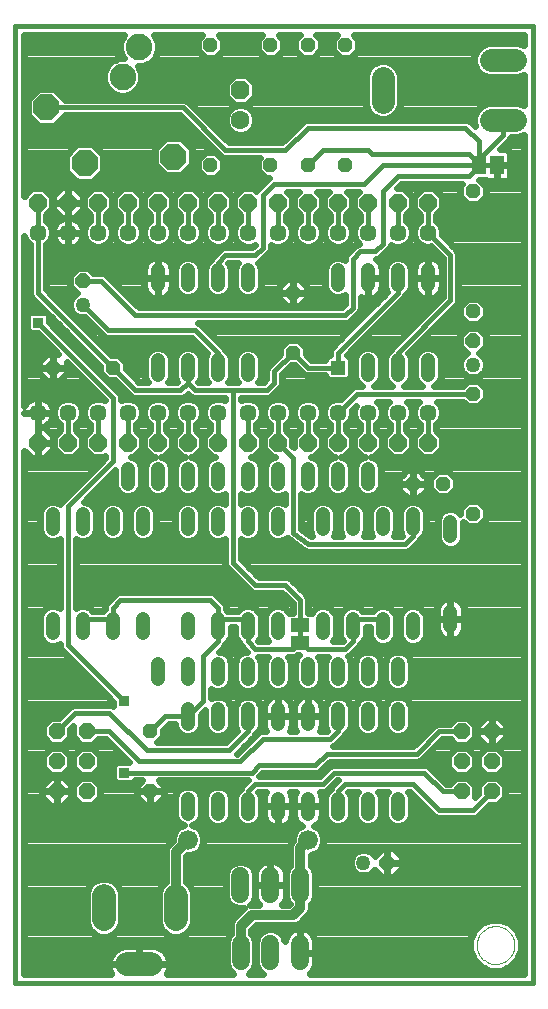
<source format=gtl>
G75*
%MOIN*%
%OFA0B0*%
%FSLAX24Y24*%
%IPPOS*%
%LPD*%
%AMOC8*
5,1,8,0,0,1.08239X$1,22.5*
%
%ADD10C,0.0160*%
%ADD11C,0.0000*%
%ADD12OC8,0.0480*%
%ADD13OC8,0.0885*%
%ADD14C,0.0885*%
%ADD15C,0.0480*%
%ADD16OC8,0.0630*%
%ADD17C,0.0630*%
%ADD18OC8,0.0500*%
%ADD19C,0.0500*%
%ADD20C,0.0780*%
%ADD21R,0.0480X0.0480*%
%ADD22C,0.0570*%
%ADD23C,0.0787*%
%ADD24C,0.0600*%
%ADD25OC8,0.0540*%
%ADD26C,0.0591*%
%ADD27C,0.0660*%
%ADD28OC8,0.0591*%
%ADD29R,0.0460X0.0630*%
%ADD30R,0.0630X0.0460*%
%ADD31C,0.0240*%
%ADD32R,0.0356X0.0356*%
%ADD33C,0.0320*%
D10*
X001330Y000595D02*
X001330Y032466D01*
X018575Y032466D01*
X018575Y000595D01*
X001330Y000595D01*
X004955Y007595D02*
X009205Y007595D01*
X009455Y007845D01*
X011330Y007845D01*
X011705Y008220D01*
X014705Y008220D01*
X015455Y008970D01*
X016205Y008970D01*
X014955Y007595D02*
X015580Y006970D01*
X016205Y006970D01*
X016580Y006345D02*
X017205Y006970D01*
X016580Y006345D02*
X015455Y006345D01*
X014580Y007220D01*
X012330Y007220D01*
X012080Y006970D01*
X012080Y006470D01*
X011580Y007220D02*
X011955Y007595D01*
X014955Y007595D01*
X012080Y008970D02*
X011830Y008720D01*
X009580Y008720D01*
X008830Y007970D01*
X005455Y007970D01*
X004455Y008970D01*
X003705Y008970D01*
X003330Y009595D02*
X002705Y008970D01*
X003330Y009595D02*
X004455Y009595D01*
X005705Y008345D01*
X008455Y008345D01*
X009080Y008970D01*
X009080Y009470D01*
X007580Y009970D02*
X007080Y009470D01*
X006330Y009470D01*
X005830Y008970D01*
X004955Y009970D02*
X003080Y011845D01*
X003080Y016470D01*
X004580Y017970D01*
X004580Y020095D01*
X002080Y022595D01*
X002080Y023595D02*
X004580Y021095D01*
X005330Y020345D01*
X006830Y020345D01*
X007080Y020595D01*
X007330Y020345D01*
X008580Y020345D01*
X008580Y014595D01*
X009330Y013845D01*
X010330Y013845D01*
X010830Y013345D01*
X010830Y012520D01*
X010830Y011845D01*
X010830Y011920D02*
X010780Y011920D01*
X010580Y011720D01*
X009330Y011720D01*
X009080Y011970D01*
X009080Y012720D01*
X008080Y012720D01*
X008080Y011970D01*
X007580Y011470D01*
X007580Y009970D01*
X008080Y012720D02*
X008080Y013095D01*
X007830Y013345D01*
X004830Y013345D01*
X004580Y013095D01*
X004580Y012720D01*
X003580Y012720D01*
X003080Y018595D02*
X003080Y019595D01*
X004080Y019595D02*
X004080Y018595D01*
X005080Y018595D02*
X005080Y019595D01*
X006080Y019595D02*
X006080Y018595D01*
X007080Y018595D02*
X007080Y019595D01*
X007080Y020595D02*
X007080Y021095D01*
X008080Y021595D02*
X007330Y022345D01*
X004430Y022345D01*
X003580Y023195D01*
X003580Y023995D02*
X004180Y023995D01*
X005330Y022845D01*
X012330Y022845D01*
X012580Y023095D01*
X012580Y024720D01*
X012830Y024970D01*
X013330Y024970D01*
X013580Y025220D01*
X013580Y026970D01*
X014080Y027470D01*
X016455Y027470D01*
X016780Y027795D01*
X016780Y027845D01*
X016780Y028045D01*
X017580Y028845D01*
X017580Y029345D01*
X016780Y028645D02*
X016780Y027845D01*
X016780Y027895D01*
X016455Y028220D01*
X013205Y028220D01*
X013080Y028345D01*
X011580Y028345D01*
X011080Y027845D01*
X011080Y026595D02*
X011080Y025595D01*
X010080Y025595D02*
X010080Y026595D01*
X009580Y026845D02*
X009955Y027220D01*
X012955Y027220D01*
X013580Y027845D01*
X016780Y027845D01*
X017330Y027845D01*
X016780Y028645D02*
X016330Y029095D01*
X011080Y029095D01*
X010330Y028345D01*
X008330Y028345D01*
X006910Y029765D01*
X002360Y029765D01*
X002080Y026595D02*
X002080Y025595D01*
X002080Y023595D01*
X004080Y025595D02*
X004080Y026595D01*
X005080Y026595D02*
X005080Y025595D01*
X006080Y025595D02*
X006080Y026595D01*
X007080Y026595D02*
X007080Y025595D01*
X008080Y025595D02*
X008080Y026595D01*
X009080Y026595D02*
X009080Y025595D01*
X009580Y025095D02*
X009580Y026845D01*
X009580Y025095D02*
X009330Y024845D01*
X008330Y024845D01*
X008080Y024595D01*
X008080Y024095D01*
X008080Y021595D02*
X008080Y021095D01*
X008580Y020345D02*
X009705Y020345D01*
X009955Y020595D01*
X009955Y020970D01*
X010580Y021595D01*
X011080Y021095D01*
X012080Y021095D01*
X012080Y021595D01*
X014080Y023595D01*
X014080Y024095D01*
X014080Y025595D02*
X014080Y026595D01*
X015080Y026595D02*
X015080Y025595D01*
X015830Y024845D01*
X015830Y023345D01*
X014080Y021595D01*
X014080Y021095D01*
X014080Y019595D02*
X014080Y018595D01*
X015080Y018595D02*
X015080Y019595D01*
X016580Y020220D02*
X012705Y020220D01*
X012080Y019595D01*
X012080Y018595D01*
X013080Y018595D02*
X013080Y019595D01*
X011080Y019595D02*
X011080Y018595D01*
X010580Y018095D02*
X010580Y015595D01*
X011080Y015220D01*
X014330Y015220D01*
X014580Y015470D01*
X014580Y015720D01*
X013580Y012720D02*
X012580Y012720D01*
X012580Y011970D01*
X012330Y011720D01*
X011080Y011720D01*
X010880Y011920D01*
X010830Y011920D01*
X012080Y009470D02*
X012080Y008970D01*
X011580Y007220D02*
X009330Y007220D01*
X009080Y006970D01*
X009080Y006470D01*
X010580Y018095D02*
X010080Y018595D01*
X010080Y019595D01*
X009080Y019595D02*
X009080Y018595D01*
X008080Y018595D02*
X008080Y019595D01*
X012080Y025595D02*
X012080Y026595D01*
X013080Y026595D02*
X013080Y025595D01*
D11*
X016700Y001845D02*
X016702Y001895D01*
X016708Y001945D01*
X016718Y001994D01*
X016732Y002042D01*
X016749Y002089D01*
X016770Y002134D01*
X016795Y002178D01*
X016823Y002219D01*
X016855Y002258D01*
X016889Y002295D01*
X016926Y002329D01*
X016966Y002359D01*
X017008Y002386D01*
X017052Y002410D01*
X017098Y002431D01*
X017145Y002447D01*
X017193Y002460D01*
X017243Y002469D01*
X017292Y002474D01*
X017343Y002475D01*
X017393Y002472D01*
X017442Y002465D01*
X017491Y002454D01*
X017539Y002439D01*
X017585Y002421D01*
X017630Y002399D01*
X017673Y002373D01*
X017714Y002344D01*
X017753Y002312D01*
X017789Y002277D01*
X017821Y002239D01*
X017851Y002199D01*
X017878Y002156D01*
X017901Y002112D01*
X017920Y002066D01*
X017936Y002018D01*
X017948Y001969D01*
X017956Y001920D01*
X017960Y001870D01*
X017960Y001820D01*
X017956Y001770D01*
X017948Y001721D01*
X017936Y001672D01*
X017920Y001624D01*
X017901Y001578D01*
X017878Y001534D01*
X017851Y001491D01*
X017821Y001451D01*
X017789Y001413D01*
X017753Y001378D01*
X017714Y001346D01*
X017673Y001317D01*
X017630Y001291D01*
X017585Y001269D01*
X017539Y001251D01*
X017491Y001236D01*
X017442Y001225D01*
X017393Y001218D01*
X017343Y001215D01*
X017292Y001216D01*
X017243Y001221D01*
X017193Y001230D01*
X017145Y001243D01*
X017098Y001259D01*
X017052Y001280D01*
X017008Y001304D01*
X016966Y001331D01*
X016926Y001361D01*
X016889Y001395D01*
X016855Y001432D01*
X016823Y001471D01*
X016795Y001512D01*
X016770Y001556D01*
X016749Y001601D01*
X016732Y001648D01*
X016718Y001696D01*
X016708Y001745D01*
X016702Y001795D01*
X016700Y001845D01*
D12*
X016580Y016220D03*
X015580Y017220D03*
X014580Y017220D03*
X016580Y020220D03*
X016580Y022970D03*
X016580Y026970D03*
X012330Y027845D03*
X011080Y027845D03*
X009830Y027845D03*
X007830Y027845D03*
X007830Y031845D03*
X009830Y031845D03*
X011080Y031845D03*
X012330Y031845D03*
X010580Y023595D03*
X010580Y021595D03*
X004580Y021095D03*
X002580Y021095D03*
X005830Y008970D03*
X005830Y006970D03*
D13*
X003640Y027915D03*
X002360Y029765D03*
X006590Y028125D03*
D14*
X004900Y030785D03*
X005450Y031775D03*
D15*
X006080Y024335D02*
X006080Y023855D01*
X007080Y023855D02*
X007080Y024335D01*
X008080Y024335D02*
X008080Y023855D01*
X009080Y023855D02*
X009080Y024335D01*
X009080Y021335D02*
X009080Y020855D01*
X008080Y020855D02*
X008080Y021335D01*
X007080Y021335D02*
X007080Y020855D01*
X006080Y020855D02*
X006080Y021335D01*
X006080Y017710D02*
X006080Y017230D01*
X005580Y016200D02*
X005580Y015720D01*
X004580Y015720D02*
X004580Y016200D01*
X005080Y017230D02*
X005080Y017710D01*
X003580Y016200D02*
X003580Y015720D01*
X002580Y015720D02*
X002580Y016200D01*
X002580Y012720D02*
X002580Y012240D01*
X003580Y012240D02*
X003580Y012720D01*
X004580Y012720D02*
X004580Y012240D01*
X005580Y012240D02*
X005580Y012720D01*
X006080Y011210D02*
X006080Y010730D01*
X007080Y010730D02*
X007080Y011210D01*
X007080Y012240D02*
X007080Y012720D01*
X008080Y012720D02*
X008080Y012240D01*
X008080Y011210D02*
X008080Y010730D01*
X008080Y009710D02*
X008080Y009230D01*
X007080Y009230D02*
X007080Y009710D01*
X007080Y006710D02*
X007080Y006230D01*
X008080Y006230D02*
X008080Y006710D01*
X009080Y006710D02*
X009080Y006230D01*
X010080Y006230D02*
X010080Y006710D01*
X011080Y006710D02*
X011080Y006230D01*
X012080Y006230D02*
X012080Y006710D01*
X013080Y006710D02*
X013080Y006230D01*
X014080Y006230D02*
X014080Y006710D01*
X014080Y009230D02*
X014080Y009710D01*
X014080Y010730D02*
X014080Y011210D01*
X013580Y012240D02*
X013580Y012720D01*
X014580Y012720D02*
X014580Y012240D01*
X015830Y012480D02*
X015830Y012960D01*
X015830Y015480D02*
X015830Y015960D01*
X014580Y015720D02*
X014580Y016200D01*
X013580Y016200D02*
X013580Y015720D01*
X013080Y017230D02*
X013080Y017710D01*
X012080Y017710D02*
X012080Y017230D01*
X011580Y016200D02*
X011580Y015720D01*
X011080Y017230D02*
X011080Y017710D01*
X010080Y017710D02*
X010080Y017230D01*
X010080Y016200D02*
X010080Y015720D01*
X009080Y015720D02*
X009080Y016200D01*
X009080Y017230D02*
X009080Y017710D01*
X008080Y017710D02*
X008080Y017230D01*
X008080Y016200D02*
X008080Y015720D01*
X007080Y015720D02*
X007080Y016200D01*
X007080Y017230D02*
X007080Y017710D01*
X009080Y012720D02*
X009080Y012240D01*
X009080Y011210D02*
X009080Y010730D01*
X009080Y009710D02*
X009080Y009230D01*
X010080Y009230D02*
X010080Y009710D01*
X010080Y010730D02*
X010080Y011210D01*
X010080Y012240D02*
X010080Y012720D01*
X011080Y011210D02*
X011080Y010730D01*
X011080Y009710D02*
X011080Y009230D01*
X012080Y009230D02*
X012080Y009710D01*
X012080Y010730D02*
X012080Y011210D01*
X011580Y012240D02*
X011580Y012720D01*
X012580Y012720D02*
X012580Y012240D01*
X013080Y011210D02*
X013080Y010730D01*
X013080Y009710D02*
X013080Y009230D01*
X012580Y015720D02*
X012580Y016200D01*
X013080Y020855D02*
X013080Y021335D01*
X014080Y021335D02*
X014080Y020855D01*
X015080Y020855D02*
X015080Y021335D01*
X015080Y023855D02*
X015080Y024335D01*
X014080Y024335D02*
X014080Y023855D01*
X013080Y023855D02*
X013080Y024335D01*
X012080Y024335D02*
X012080Y023855D01*
D16*
X008830Y030345D03*
D17*
X008830Y029345D03*
D18*
X003580Y023995D03*
X013730Y004595D03*
X016580Y021995D03*
D19*
X016580Y021195D03*
X012930Y004595D03*
X003580Y023195D03*
D20*
X013580Y029955D02*
X013580Y030735D01*
X017190Y031345D02*
X017970Y031345D01*
X017970Y029345D02*
X017190Y029345D01*
D21*
X012080Y021095D03*
D22*
X012080Y019595D03*
X013080Y019595D03*
X014080Y019595D03*
X015080Y019595D03*
X011080Y019595D03*
X010080Y019595D03*
X009080Y019595D03*
X008080Y019595D03*
X007080Y019595D03*
X006080Y019595D03*
X005080Y019595D03*
X004080Y019595D03*
X003080Y019595D03*
X002080Y019595D03*
X002080Y025595D03*
X003080Y025595D03*
X004080Y025595D03*
X005080Y025595D03*
X006080Y025595D03*
X007080Y025595D03*
X008080Y025595D03*
X009080Y025595D03*
X010080Y025595D03*
X011080Y025595D03*
X012080Y025595D03*
X013080Y025595D03*
X014080Y025595D03*
X015080Y025595D03*
D23*
X006675Y003489D02*
X006675Y002701D01*
X005849Y001205D02*
X005061Y001205D01*
X004274Y002701D02*
X004274Y003489D01*
D24*
X008830Y003545D02*
X008830Y004145D01*
X009830Y004145D02*
X009830Y003545D01*
X010830Y003545D02*
X010830Y004145D01*
D25*
X016205Y006970D03*
X016205Y007970D03*
X016205Y008970D03*
X017205Y008970D03*
X017205Y007970D03*
X017205Y006970D03*
X003705Y006970D03*
X003705Y007970D03*
X003705Y008970D03*
X002705Y008970D03*
X002705Y007970D03*
X002705Y006970D03*
D26*
X008846Y001890D02*
X008846Y001300D01*
X009830Y001300D02*
X009830Y001890D01*
X010814Y001890D02*
X010814Y001300D01*
D27*
X011080Y005345D03*
X007080Y005345D03*
D28*
X007080Y018595D03*
X006080Y018595D03*
X005080Y018595D03*
X004080Y018595D03*
X003080Y018595D03*
X002080Y018595D03*
X002080Y026595D03*
X003080Y026595D03*
X004080Y026595D03*
X005080Y026595D03*
X006080Y026595D03*
X007080Y026595D03*
X008080Y026595D03*
X009080Y026595D03*
X010080Y026595D03*
X011080Y026595D03*
X012080Y026595D03*
X013080Y026595D03*
X014080Y026595D03*
X015080Y026595D03*
X015080Y018595D03*
X014080Y018595D03*
X013080Y018595D03*
X012080Y018595D03*
X011080Y018595D03*
X010080Y018595D03*
X009080Y018595D03*
X008080Y018595D03*
D29*
X016780Y027845D03*
X017380Y027845D03*
D30*
X010830Y012520D03*
X010830Y011920D03*
D31*
X010786Y011510D02*
X010724Y011448D01*
X010660Y011294D01*
X010660Y010646D01*
X010724Y010492D01*
X010842Y010374D01*
X010996Y010310D01*
X011164Y010310D01*
X011318Y010374D01*
X011436Y010492D01*
X011500Y010646D01*
X011500Y011294D01*
X011436Y011448D01*
X011424Y011460D01*
X011736Y011460D01*
X011724Y011448D01*
X011660Y011294D01*
X011660Y010646D01*
X011724Y010492D01*
X011842Y010374D01*
X011996Y010310D01*
X012164Y010310D01*
X012318Y010374D01*
X012436Y010492D01*
X012500Y010646D01*
X012500Y011294D01*
X012436Y011448D01*
X012412Y011472D01*
X012477Y011500D01*
X012550Y011573D01*
X012800Y011823D01*
X012831Y011897D01*
X012936Y012002D01*
X013000Y012156D01*
X013000Y012460D01*
X013160Y012460D01*
X013160Y012156D01*
X013224Y012002D01*
X013342Y011884D01*
X013496Y011820D01*
X013664Y011820D01*
X013818Y011884D01*
X013936Y012002D01*
X014000Y012156D01*
X014000Y012804D01*
X013936Y012958D01*
X013818Y013076D01*
X013664Y013140D01*
X013496Y013140D01*
X013342Y013076D01*
X013246Y012980D01*
X012914Y012980D01*
X012818Y013076D01*
X012664Y013140D01*
X012496Y013140D01*
X012342Y013076D01*
X012224Y012958D01*
X012160Y012804D01*
X012160Y012156D01*
X012224Y012002D01*
X012234Y011992D01*
X012222Y011980D01*
X011914Y011980D01*
X011936Y012002D01*
X012000Y012156D01*
X012000Y012804D01*
X011936Y012958D01*
X011818Y013076D01*
X011664Y013140D01*
X011496Y013140D01*
X011342Y013076D01*
X011224Y012958D01*
X011212Y012930D01*
X011090Y012930D01*
X011090Y013397D01*
X011050Y013492D01*
X010977Y013565D01*
X010477Y014065D01*
X010382Y014105D01*
X009438Y014105D01*
X008840Y014703D01*
X008840Y015366D01*
X008842Y015364D01*
X008996Y015300D01*
X009164Y015300D01*
X009318Y015364D01*
X009436Y015482D01*
X009500Y015636D01*
X009500Y016284D01*
X009436Y016438D01*
X009318Y016556D01*
X009164Y016620D01*
X008996Y016620D01*
X008842Y016556D01*
X008840Y016554D01*
X008840Y016876D01*
X008842Y016874D01*
X008996Y016810D01*
X009164Y016810D01*
X009318Y016874D01*
X009436Y016992D01*
X009500Y017146D01*
X009500Y017794D01*
X009436Y017948D01*
X009318Y018066D01*
X009188Y018120D01*
X009277Y018120D01*
X009555Y018398D01*
X009555Y018792D01*
X009340Y019007D01*
X009340Y019199D01*
X009343Y019201D01*
X009474Y019332D01*
X009545Y019503D01*
X009545Y019687D01*
X009474Y019858D01*
X009343Y019989D01*
X009172Y020060D01*
X008988Y020060D01*
X008840Y019999D01*
X008840Y020085D01*
X009757Y020085D01*
X009852Y020125D01*
X009925Y020198D01*
X010175Y020448D01*
X010215Y020543D01*
X010215Y020862D01*
X010528Y021175D01*
X010632Y021175D01*
X010860Y020948D01*
X010933Y020875D01*
X011028Y020835D01*
X011660Y020835D01*
X011660Y020780D01*
X011765Y020675D01*
X012395Y020675D01*
X012500Y020780D01*
X012500Y021410D01*
X012395Y021515D01*
X012368Y021515D01*
X014227Y023375D01*
X014300Y023448D01*
X014324Y023505D01*
X014436Y023617D01*
X014500Y023771D01*
X014500Y024419D01*
X014436Y024573D01*
X014318Y024691D01*
X014164Y024755D01*
X013996Y024755D01*
X013842Y024691D01*
X013724Y024573D01*
X013660Y024419D01*
X013660Y023771D01*
X013724Y023617D01*
X013729Y023612D01*
X011860Y021742D01*
X011820Y021647D01*
X011820Y021515D01*
X011765Y021515D01*
X011660Y021410D01*
X011660Y021355D01*
X011188Y021355D01*
X011000Y021543D01*
X011000Y021769D01*
X010754Y022015D01*
X010406Y022015D01*
X010160Y021769D01*
X010160Y021543D01*
X009808Y021190D01*
X009735Y021117D01*
X009695Y021022D01*
X009695Y020703D01*
X009597Y020605D01*
X009424Y020605D01*
X009436Y020617D01*
X009500Y020771D01*
X009500Y021419D01*
X009436Y021573D01*
X009318Y021691D01*
X009164Y021755D01*
X008996Y021755D01*
X008842Y021691D01*
X008724Y021573D01*
X008660Y021419D01*
X008660Y020771D01*
X008724Y020617D01*
X008736Y020605D01*
X008424Y020605D01*
X008436Y020617D01*
X008500Y020771D01*
X008500Y021419D01*
X008436Y021573D01*
X008324Y021685D01*
X008300Y021742D01*
X007550Y022492D01*
X007477Y022565D01*
X007430Y022585D01*
X012382Y022585D01*
X012477Y022625D01*
X012727Y022875D01*
X012800Y022948D01*
X012840Y023043D01*
X012840Y023461D01*
X012903Y023429D01*
X012972Y023406D01*
X013044Y023395D01*
X013080Y023395D01*
X013116Y023395D01*
X013188Y023406D01*
X013257Y023429D01*
X013321Y023462D01*
X013380Y023504D01*
X013431Y023555D01*
X013473Y023614D01*
X013506Y023678D01*
X013529Y023747D01*
X013540Y023819D01*
X013540Y024095D01*
X013540Y024371D01*
X013529Y024443D01*
X013506Y024512D01*
X013473Y024576D01*
X013431Y024635D01*
X013380Y024686D01*
X013346Y024710D01*
X013382Y024710D01*
X013477Y024750D01*
X013727Y025000D01*
X013800Y025073D01*
X013840Y025168D01*
X013840Y025191D01*
X013988Y025130D01*
X014172Y025130D01*
X014343Y025201D01*
X014474Y025332D01*
X014545Y025503D01*
X014545Y025687D01*
X014474Y025858D01*
X014343Y025989D01*
X014340Y025991D01*
X014340Y026183D01*
X014555Y026398D01*
X014555Y026792D01*
X014277Y027070D01*
X014048Y027070D01*
X014188Y027210D01*
X016226Y027210D01*
X016160Y027144D01*
X016160Y026796D01*
X016406Y026550D01*
X016754Y026550D01*
X017000Y026796D01*
X017000Y027144D01*
X016794Y027350D01*
X017022Y027350D01*
X017065Y027325D01*
X017121Y027310D01*
X017380Y027310D01*
X017639Y027310D01*
X017695Y027325D01*
X017745Y027354D01*
X017786Y027395D01*
X017815Y027445D01*
X017830Y027501D01*
X017830Y027845D01*
X017830Y028189D01*
X017815Y028245D01*
X017786Y028295D01*
X017745Y028336D01*
X017695Y028365D01*
X017639Y028380D01*
X017483Y028380D01*
X017800Y028698D01*
X017832Y028775D01*
X018083Y028775D01*
X018275Y028854D01*
X018275Y000895D01*
X011134Y000895D01*
X011150Y000907D01*
X011207Y000964D01*
X011255Y001030D01*
X011292Y001102D01*
X011317Y001179D01*
X011330Y001259D01*
X011330Y001595D01*
X011330Y001931D01*
X011317Y002011D01*
X011292Y002088D01*
X011255Y002160D01*
X011207Y002226D01*
X011150Y002283D01*
X011084Y002331D01*
X011012Y002368D01*
X010935Y002393D01*
X010855Y002406D01*
X010814Y002406D01*
X010774Y002406D01*
X010694Y002393D01*
X010616Y002368D01*
X010544Y002331D01*
X010479Y002283D01*
X010421Y002226D01*
X010374Y002160D01*
X010337Y002088D01*
X010312Y002011D01*
X010305Y001971D01*
X010305Y001985D01*
X010233Y002159D01*
X010099Y002293D01*
X009925Y002366D01*
X009735Y002366D01*
X009561Y002293D01*
X009427Y002159D01*
X009355Y001985D01*
X009355Y001205D01*
X009427Y001031D01*
X009561Y000897D01*
X009565Y000895D01*
X009111Y000895D01*
X009115Y000897D01*
X009249Y001031D01*
X009321Y001205D01*
X009321Y001985D01*
X009249Y002159D01*
X009186Y002222D01*
X009186Y002345D01*
X009346Y002505D01*
X010648Y002505D01*
X010773Y002557D01*
X010868Y002652D01*
X011118Y002902D01*
X011170Y003027D01*
X011170Y003206D01*
X011237Y003273D01*
X011310Y003450D01*
X011310Y004240D01*
X011237Y004417D01*
X011170Y004484D01*
X011170Y004835D01*
X011181Y004835D01*
X011369Y004913D01*
X011512Y005056D01*
X011590Y005244D01*
X011590Y005446D01*
X011512Y005634D01*
X011369Y005777D01*
X011278Y005815D01*
X011321Y005837D01*
X011380Y005879D01*
X011431Y005930D01*
X011473Y005989D01*
X011506Y006053D01*
X011529Y006122D01*
X011540Y006194D01*
X011540Y006470D01*
X011540Y006746D01*
X011529Y006818D01*
X011506Y006887D01*
X011473Y006951D01*
X011467Y006960D01*
X011632Y006960D01*
X011727Y007000D01*
X012063Y007335D01*
X012077Y007335D01*
X011860Y007117D01*
X011836Y007060D01*
X011724Y006948D01*
X011660Y006794D01*
X011660Y006146D01*
X011724Y005992D01*
X011842Y005874D01*
X011996Y005810D01*
X012164Y005810D01*
X012318Y005874D01*
X012436Y005992D01*
X012500Y006146D01*
X012500Y006794D01*
X012436Y006948D01*
X012431Y006953D01*
X012438Y006960D01*
X012736Y006960D01*
X012724Y006948D01*
X012660Y006794D01*
X012660Y006146D01*
X012724Y005992D01*
X012842Y005874D01*
X012996Y005810D01*
X013164Y005810D01*
X013318Y005874D01*
X013436Y005992D01*
X013500Y006146D01*
X013500Y006794D01*
X013436Y006948D01*
X013424Y006960D01*
X013736Y006960D01*
X013724Y006948D01*
X013660Y006794D01*
X013660Y006146D01*
X013724Y005992D01*
X013842Y005874D01*
X013996Y005810D01*
X014164Y005810D01*
X014318Y005874D01*
X014436Y005992D01*
X014500Y006146D01*
X014500Y006794D01*
X014436Y006948D01*
X014424Y006960D01*
X014472Y006960D01*
X015308Y006125D01*
X015403Y006085D01*
X016632Y006085D01*
X016727Y006125D01*
X017123Y006520D01*
X017391Y006520D01*
X017655Y006784D01*
X017655Y007156D01*
X017391Y007420D01*
X017019Y007420D01*
X016755Y007156D01*
X016755Y006888D01*
X016655Y006788D01*
X016655Y007156D01*
X016391Y007420D01*
X016019Y007420D01*
X015829Y007230D01*
X015688Y007230D01*
X015102Y007815D01*
X015007Y007855D01*
X011903Y007855D01*
X011808Y007815D01*
X011735Y007742D01*
X011472Y007480D01*
X009458Y007480D01*
X009563Y007585D01*
X011382Y007585D01*
X011477Y007625D01*
X011550Y007698D01*
X011813Y007960D01*
X014757Y007960D01*
X014852Y008000D01*
X014925Y008073D01*
X015563Y008710D01*
X015829Y008710D01*
X016019Y008520D01*
X016391Y008520D01*
X016655Y008784D01*
X016655Y009156D01*
X016391Y009420D01*
X016019Y009420D01*
X015829Y009230D01*
X015403Y009230D01*
X015308Y009190D01*
X014597Y008480D01*
X011930Y008480D01*
X011977Y008500D01*
X012050Y008573D01*
X012300Y008823D01*
X012324Y008880D01*
X012436Y008992D01*
X012500Y009146D01*
X012500Y009794D01*
X012436Y009948D01*
X012318Y010066D01*
X012164Y010130D01*
X011996Y010130D01*
X011842Y010066D01*
X011724Y009948D01*
X011660Y009794D01*
X011660Y009146D01*
X011724Y008992D01*
X011729Y008987D01*
X011722Y008980D01*
X011467Y008980D01*
X011473Y008989D01*
X011506Y009053D01*
X011529Y009122D01*
X011540Y009194D01*
X011540Y009470D01*
X011540Y009746D01*
X011529Y009818D01*
X011506Y009887D01*
X011473Y009951D01*
X011431Y010010D01*
X011380Y010061D01*
X011321Y010103D01*
X011257Y010136D01*
X011188Y010159D01*
X011116Y010170D01*
X011080Y010170D01*
X011080Y009470D01*
X011080Y009470D01*
X011540Y009470D01*
X011080Y009470D01*
X011080Y009470D01*
X011080Y009470D01*
X010620Y009470D01*
X010620Y009746D01*
X010631Y009818D01*
X010654Y009887D01*
X010687Y009951D01*
X010729Y010010D01*
X010780Y010061D01*
X010839Y010103D01*
X010903Y010136D01*
X010972Y010159D01*
X011044Y010170D01*
X011080Y010170D01*
X011080Y009470D01*
X010620Y009470D01*
X010620Y009194D01*
X010631Y009122D01*
X010654Y009053D01*
X010687Y008989D01*
X010693Y008980D01*
X010467Y008980D01*
X010473Y008989D01*
X010506Y009053D01*
X010529Y009122D01*
X010540Y009194D01*
X010540Y009470D01*
X010540Y009746D01*
X010529Y009818D01*
X010506Y009887D01*
X010473Y009951D01*
X010431Y010010D01*
X010380Y010061D01*
X010321Y010103D01*
X010257Y010136D01*
X010188Y010159D01*
X010116Y010170D01*
X010080Y010170D01*
X010080Y009470D01*
X010080Y009470D01*
X010540Y009470D01*
X010080Y009470D01*
X010080Y009470D01*
X010080Y009470D01*
X009620Y009470D01*
X009620Y009746D01*
X009631Y009818D01*
X009654Y009887D01*
X009687Y009951D01*
X009729Y010010D01*
X009780Y010061D01*
X009839Y010103D01*
X009903Y010136D01*
X009972Y010159D01*
X010044Y010170D01*
X010080Y010170D01*
X010080Y009470D01*
X009620Y009470D01*
X009620Y009194D01*
X009631Y009122D01*
X009654Y009053D01*
X009687Y008989D01*
X009693Y008980D01*
X009528Y008980D01*
X009433Y008940D01*
X008722Y008230D01*
X008708Y008230D01*
X009300Y008823D01*
X009324Y008880D01*
X009436Y008992D01*
X009500Y009146D01*
X009500Y009794D01*
X009436Y009948D01*
X009318Y010066D01*
X009164Y010130D01*
X008996Y010130D01*
X008842Y010066D01*
X008724Y009948D01*
X008660Y009794D01*
X008660Y009146D01*
X008724Y008992D01*
X008729Y008987D01*
X008347Y008605D01*
X006059Y008605D01*
X006250Y008796D01*
X006250Y009022D01*
X006438Y009210D01*
X006660Y009210D01*
X006660Y009146D01*
X006724Y008992D01*
X006842Y008874D01*
X006996Y008810D01*
X007164Y008810D01*
X007318Y008874D01*
X007436Y008992D01*
X007500Y009146D01*
X007500Y009522D01*
X007660Y009682D01*
X007660Y009146D01*
X007724Y008992D01*
X007842Y008874D01*
X007996Y008810D01*
X008164Y008810D01*
X008318Y008874D01*
X008436Y008992D01*
X008500Y009146D01*
X008500Y009794D01*
X008436Y009948D01*
X008318Y010066D01*
X008164Y010130D01*
X007996Y010130D01*
X007842Y010066D01*
X007840Y010064D01*
X007840Y010376D01*
X007842Y010374D01*
X007996Y010310D01*
X008164Y010310D01*
X008318Y010374D01*
X008436Y010492D01*
X008500Y010646D01*
X008500Y011294D01*
X008436Y011448D01*
X008318Y011566D01*
X008842Y011566D01*
X008724Y011448D01*
X008660Y011294D01*
X008660Y010646D01*
X008724Y010492D01*
X008842Y010374D01*
X008996Y010310D01*
X009164Y010310D01*
X009318Y010374D01*
X009436Y010492D01*
X009500Y010646D01*
X009500Y011294D01*
X009436Y011448D01*
X009424Y011460D01*
X009736Y011460D01*
X009724Y011448D01*
X009660Y011294D01*
X009660Y010646D01*
X009724Y010492D01*
X009842Y010374D01*
X009996Y010310D01*
X010164Y010310D01*
X010318Y010374D01*
X010436Y010492D01*
X010500Y010646D01*
X010500Y011294D01*
X010436Y011448D01*
X010424Y011460D01*
X010632Y011460D01*
X010727Y011500D01*
X010738Y011510D01*
X010786Y011510D01*
X010674Y011328D02*
X010486Y011328D01*
X010500Y011089D02*
X010660Y011089D01*
X010660Y010851D02*
X010500Y010851D01*
X010486Y010612D02*
X010674Y010612D01*
X010843Y010374D02*
X010317Y010374D01*
X010259Y010135D02*
X010901Y010135D01*
X011080Y010135D02*
X011080Y010135D01*
X011259Y010135D02*
X018275Y010135D01*
X018275Y009897D02*
X014457Y009897D01*
X014436Y009948D02*
X014500Y009794D01*
X014500Y009146D01*
X014436Y008992D01*
X014318Y008874D01*
X014164Y008810D01*
X013996Y008810D01*
X013842Y008874D01*
X013724Y008992D01*
X013660Y009146D01*
X013660Y009794D01*
X013724Y009948D01*
X013842Y010066D01*
X013996Y010130D01*
X014164Y010130D01*
X014318Y010066D01*
X014436Y009948D01*
X014500Y009658D02*
X018275Y009658D01*
X018275Y009420D02*
X017448Y009420D01*
X017408Y009460D02*
X017205Y009460D01*
X017205Y008970D01*
X017205Y008970D01*
X017695Y008970D01*
X017695Y009173D01*
X017408Y009460D01*
X017205Y009460D02*
X017205Y008970D01*
X017205Y008970D01*
X017205Y008970D01*
X016715Y008970D01*
X016715Y009173D01*
X017002Y009460D01*
X017205Y009460D01*
X017205Y009420D02*
X017205Y009420D01*
X017205Y009181D02*
X017205Y009181D01*
X017205Y008970D02*
X016715Y008970D01*
X016715Y008767D01*
X017002Y008480D01*
X017205Y008480D01*
X017408Y008480D01*
X017695Y008767D01*
X017695Y008970D01*
X017205Y008970D01*
X017205Y008480D01*
X017205Y008970D01*
X017205Y008970D01*
X017205Y008943D02*
X017205Y008943D01*
X017205Y008704D02*
X017205Y008704D01*
X017391Y008420D02*
X017019Y008420D01*
X016755Y008156D01*
X016755Y007784D01*
X017019Y007520D01*
X017391Y007520D01*
X017655Y007784D01*
X017655Y008156D01*
X017391Y008420D01*
X017584Y008227D02*
X018275Y008227D01*
X018275Y007989D02*
X017655Y007989D01*
X017621Y007750D02*
X018275Y007750D01*
X018275Y007512D02*
X015406Y007512D01*
X015168Y007750D02*
X015789Y007750D01*
X015755Y007784D02*
X016019Y007520D01*
X016391Y007520D01*
X016655Y007784D01*
X016655Y008156D01*
X016391Y008420D01*
X016019Y008420D01*
X015755Y008156D01*
X015755Y007784D01*
X015755Y007989D02*
X014826Y007989D01*
X015080Y008227D02*
X015826Y008227D01*
X015835Y008704D02*
X015557Y008704D01*
X015318Y008466D02*
X018275Y008466D01*
X018275Y008704D02*
X017632Y008704D01*
X017695Y008943D02*
X018275Y008943D01*
X018275Y009181D02*
X017687Y009181D01*
X016962Y009420D02*
X016392Y009420D01*
X016630Y009181D02*
X016723Y009181D01*
X016715Y008943D02*
X016655Y008943D01*
X016575Y008704D02*
X016778Y008704D01*
X016826Y008227D02*
X016584Y008227D01*
X016655Y007989D02*
X016755Y007989D01*
X016789Y007750D02*
X016621Y007750D01*
X016538Y007273D02*
X016872Y007273D01*
X016755Y007035D02*
X016655Y007035D01*
X016655Y006796D02*
X016663Y006796D01*
X016922Y006319D02*
X018275Y006319D01*
X018275Y006081D02*
X014473Y006081D01*
X014500Y006319D02*
X015113Y006319D01*
X014875Y006558D02*
X014500Y006558D01*
X014499Y006796D02*
X014636Y006796D01*
X014241Y005842D02*
X018275Y005842D01*
X018275Y005604D02*
X011525Y005604D01*
X011590Y005365D02*
X018275Y005365D01*
X018275Y005127D02*
X011542Y005127D01*
X011309Y004888D02*
X012615Y004888D01*
X012565Y004839D02*
X012500Y004681D01*
X012500Y004509D01*
X012565Y004351D01*
X012686Y004230D01*
X012844Y004165D01*
X013016Y004165D01*
X013174Y004230D01*
X013295Y004351D01*
X013299Y004362D01*
X013535Y004125D01*
X013730Y004125D01*
X013925Y004125D01*
X014200Y004400D01*
X014200Y004595D01*
X014200Y004790D01*
X013925Y005065D01*
X013730Y005065D01*
X013730Y004595D01*
X014200Y004595D01*
X013730Y004595D01*
X013730Y004595D01*
X013730Y004595D01*
X013730Y004125D01*
X013730Y004595D01*
X013730Y004595D01*
X013730Y005065D01*
X013535Y005065D01*
X013299Y004828D01*
X013295Y004839D01*
X013174Y004960D01*
X013016Y005025D01*
X012844Y005025D01*
X012686Y004960D01*
X012565Y004839D01*
X012500Y004650D02*
X011170Y004650D01*
X011239Y004411D02*
X012541Y004411D01*
X012826Y004173D02*
X011310Y004173D01*
X011310Y003934D02*
X018275Y003934D01*
X018275Y003696D02*
X011310Y003696D01*
X011310Y003457D02*
X018275Y003457D01*
X018275Y003219D02*
X011182Y003219D01*
X011150Y002980D02*
X018275Y002980D01*
X018275Y002742D02*
X010957Y002742D01*
X010814Y002406D02*
X010814Y001595D01*
X010814Y002406D01*
X010814Y002265D02*
X010814Y002265D01*
X010814Y002026D02*
X010814Y002026D01*
X010814Y001788D02*
X010814Y001788D01*
X010814Y001595D02*
X010814Y001595D01*
X011330Y001595D01*
X010814Y001595D01*
X010814Y001595D01*
X011330Y001549D02*
X016533Y001549D01*
X016480Y001676D02*
X016609Y001364D01*
X016849Y001124D01*
X017161Y000995D01*
X017499Y000995D01*
X017811Y001124D01*
X018051Y001364D01*
X018180Y001676D01*
X018180Y002014D01*
X018051Y002326D01*
X017811Y002566D01*
X017499Y002695D01*
X017161Y002695D01*
X016849Y002566D01*
X016609Y002326D01*
X016480Y002014D01*
X016480Y001676D01*
X016480Y001788D02*
X011330Y001788D01*
X011312Y002026D02*
X016485Y002026D01*
X016584Y002265D02*
X011169Y002265D01*
X010460Y002265D02*
X010128Y002265D01*
X010288Y002026D02*
X010317Y002026D01*
X009532Y002265D02*
X009186Y002265D01*
X009304Y002026D02*
X009372Y002026D01*
X009355Y001788D02*
X009321Y001788D01*
X009321Y001549D02*
X009355Y001549D01*
X009355Y001311D02*
X009321Y001311D01*
X009266Y001072D02*
X009410Y001072D01*
X008581Y000895D02*
X006379Y000895D01*
X006417Y000970D01*
X006447Y001062D01*
X006462Y001157D01*
X006462Y001205D01*
X005455Y001205D01*
X004448Y001205D01*
X004448Y001157D01*
X004463Y001062D01*
X004493Y000970D01*
X004531Y000895D01*
X001630Y000895D01*
X001630Y018316D01*
X001867Y018080D01*
X002080Y018080D01*
X002293Y018080D01*
X002595Y018382D01*
X002595Y018595D01*
X002595Y018808D01*
X002293Y019110D01*
X002222Y019110D01*
X002274Y019127D01*
X002345Y019163D01*
X002409Y019210D01*
X002465Y019266D01*
X002512Y019330D01*
X002548Y019401D01*
X002573Y019477D01*
X002585Y019555D01*
X002585Y019595D01*
X002585Y019635D01*
X002573Y019713D01*
X002548Y019789D01*
X002512Y019860D01*
X002465Y019924D01*
X002409Y019980D01*
X002345Y020027D01*
X002274Y020063D01*
X002198Y020088D01*
X002120Y020100D01*
X002080Y020100D01*
X002080Y019595D01*
X002080Y019595D01*
X002585Y019595D01*
X002080Y019595D01*
X002080Y019595D01*
X002080Y019595D01*
X001630Y019595D01*
X001630Y019595D01*
X002080Y019595D01*
X002080Y018595D01*
X002080Y018595D01*
X002595Y018595D01*
X002080Y018595D01*
X002080Y018595D01*
X002080Y019090D01*
X002080Y019595D01*
X002080Y019595D01*
X002080Y020100D01*
X002040Y020100D01*
X001962Y020088D01*
X001886Y020063D01*
X001815Y020027D01*
X001751Y019980D01*
X001695Y019924D01*
X001648Y019860D01*
X001630Y019824D01*
X001630Y025466D01*
X001686Y025332D01*
X001817Y025201D01*
X001820Y025199D01*
X001820Y023543D01*
X001860Y023448D01*
X004160Y021147D01*
X004160Y020921D01*
X004406Y020675D01*
X004632Y020675D01*
X005110Y020198D01*
X005183Y020125D01*
X005278Y020085D01*
X006882Y020085D01*
X006977Y020125D01*
X007080Y020227D01*
X007183Y020125D01*
X007278Y020085D01*
X008320Y020085D01*
X008320Y019999D01*
X008172Y020060D01*
X007988Y020060D01*
X007817Y019989D01*
X007686Y019858D01*
X007615Y019687D01*
X007615Y019503D01*
X007686Y019332D01*
X007817Y019201D01*
X007820Y019199D01*
X007820Y019007D01*
X007605Y018792D01*
X007605Y018398D01*
X007883Y018120D01*
X007972Y018120D01*
X007842Y018066D01*
X007724Y017948D01*
X007660Y017794D01*
X007660Y017146D01*
X007724Y016992D01*
X007842Y016874D01*
X007996Y016810D01*
X008164Y016810D01*
X008318Y016874D01*
X008320Y016876D01*
X008320Y016554D01*
X008318Y016556D01*
X008164Y016620D01*
X007996Y016620D01*
X007842Y016556D01*
X007724Y016438D01*
X007660Y016284D01*
X007660Y015636D01*
X007724Y015482D01*
X007842Y015364D01*
X007996Y015300D01*
X008164Y015300D01*
X008318Y015364D01*
X008320Y015366D01*
X008320Y014543D01*
X008360Y014448D01*
X008433Y014375D01*
X009110Y013698D01*
X009183Y013625D01*
X009278Y013585D01*
X010222Y013585D01*
X010570Y013237D01*
X010570Y012930D01*
X010448Y012930D01*
X010436Y012958D01*
X010318Y013076D01*
X010164Y013140D01*
X009996Y013140D01*
X009842Y013076D01*
X009724Y012958D01*
X009660Y012804D01*
X009660Y012156D01*
X009724Y012002D01*
X009746Y011980D01*
X009438Y011980D01*
X009426Y011992D01*
X009436Y012002D01*
X009500Y012156D01*
X009500Y012804D01*
X009436Y012958D01*
X009318Y013076D01*
X009164Y013140D01*
X008996Y013140D01*
X008842Y013076D01*
X008746Y012980D01*
X008414Y012980D01*
X008340Y013054D01*
X008340Y013147D01*
X008300Y013242D01*
X008050Y013492D01*
X007977Y013565D01*
X007882Y013605D01*
X004778Y013605D01*
X004683Y013565D01*
X004433Y013315D01*
X004360Y013242D01*
X004320Y013147D01*
X004320Y013054D01*
X004246Y012980D01*
X003914Y012980D01*
X003818Y013076D01*
X003664Y013140D01*
X003496Y013140D01*
X003342Y013076D01*
X003340Y013074D01*
X003340Y015366D01*
X003342Y015364D01*
X003496Y015300D01*
X003664Y015300D01*
X003818Y015364D01*
X003936Y015482D01*
X004000Y015636D01*
X004000Y016284D01*
X003936Y016438D01*
X003818Y016556D01*
X003664Y016620D01*
X003598Y016620D01*
X004660Y017682D01*
X004660Y017146D01*
X004724Y016992D01*
X004842Y016874D01*
X004996Y016810D01*
X005164Y016810D01*
X005318Y016874D01*
X005436Y016992D01*
X005500Y017146D01*
X005500Y017794D01*
X005436Y017948D01*
X005318Y018066D01*
X005188Y018120D01*
X005277Y018120D01*
X005555Y018398D01*
X005555Y018792D01*
X005340Y019007D01*
X005340Y019199D01*
X005343Y019201D01*
X005474Y019332D01*
X005545Y019503D01*
X005545Y019687D01*
X005474Y019858D01*
X005343Y019989D01*
X005172Y020060D01*
X004988Y020060D01*
X004840Y019999D01*
X004840Y020147D01*
X004800Y020242D01*
X004727Y020315D01*
X002438Y022605D01*
X002438Y022848D01*
X002333Y022953D01*
X001827Y022953D01*
X001722Y022848D01*
X001722Y022342D01*
X001827Y022237D01*
X002070Y022237D01*
X002752Y021555D01*
X002580Y021555D01*
X002580Y021095D01*
X003040Y021095D01*
X003040Y021267D01*
X004300Y020007D01*
X004172Y020060D01*
X003988Y020060D01*
X003817Y019989D01*
X003686Y019858D01*
X003615Y019687D01*
X003615Y019503D01*
X003686Y019332D01*
X003817Y019201D01*
X003820Y019199D01*
X003820Y019007D01*
X003605Y018792D01*
X003605Y018398D01*
X003883Y018120D01*
X004277Y018120D01*
X004320Y018163D01*
X004320Y018078D01*
X002933Y016690D01*
X002860Y016617D01*
X002829Y016545D01*
X002818Y016556D01*
X002664Y016620D01*
X002496Y016620D01*
X002342Y016556D01*
X002224Y016438D01*
X002160Y016284D01*
X002160Y015636D01*
X002224Y015482D01*
X002342Y015364D01*
X002496Y015300D01*
X002664Y015300D01*
X002818Y015364D01*
X002820Y015366D01*
X002820Y013074D01*
X002818Y013076D01*
X002664Y013140D01*
X002496Y013140D01*
X002342Y013076D01*
X002224Y012958D01*
X002160Y012804D01*
X002160Y012156D01*
X002224Y012002D01*
X002342Y011884D01*
X002496Y011820D01*
X002664Y011820D01*
X002818Y011884D01*
X002820Y011886D01*
X002820Y011793D01*
X002860Y011698D01*
X004597Y009960D01*
X004597Y009818D01*
X004507Y009855D01*
X003278Y009855D01*
X003183Y009815D01*
X002787Y009420D01*
X002519Y009420D01*
X002255Y009156D01*
X002255Y008784D01*
X002519Y008520D01*
X002891Y008520D01*
X003155Y008784D01*
X003155Y009052D01*
X003255Y009152D01*
X003255Y008784D01*
X003519Y008520D01*
X003891Y008520D01*
X004081Y008710D01*
X004347Y008710D01*
X005104Y007953D01*
X004702Y007953D01*
X004597Y007848D01*
X004597Y007342D01*
X004702Y007237D01*
X005208Y007237D01*
X005306Y007335D01*
X005544Y007335D01*
X005370Y007161D01*
X005370Y006970D01*
X005830Y006970D01*
X006290Y006970D01*
X006290Y007161D01*
X006116Y007335D01*
X009077Y007335D01*
X008860Y007117D01*
X008836Y007060D01*
X008724Y006948D01*
X008660Y006794D01*
X008660Y006146D01*
X008724Y005992D01*
X008842Y005874D01*
X008996Y005810D01*
X009164Y005810D01*
X009318Y005874D01*
X009436Y005992D01*
X009500Y006146D01*
X009500Y006794D01*
X009436Y006948D01*
X009431Y006953D01*
X009438Y006960D01*
X009693Y006960D01*
X009687Y006951D01*
X009654Y006887D01*
X009631Y006818D01*
X009620Y006746D01*
X009620Y006470D01*
X010080Y006470D01*
X010540Y006470D01*
X010540Y006746D01*
X010529Y006818D01*
X010506Y006887D01*
X010473Y006951D01*
X010467Y006960D01*
X010693Y006960D01*
X010687Y006951D01*
X010654Y006887D01*
X010631Y006818D01*
X010620Y006746D01*
X010620Y006470D01*
X011080Y006470D01*
X011540Y006470D01*
X011080Y006470D01*
X011080Y006470D01*
X011080Y006470D01*
X010620Y006470D01*
X010620Y006194D01*
X010631Y006122D01*
X010654Y006053D01*
X010687Y005989D01*
X010729Y005930D01*
X010780Y005879D01*
X010839Y005837D01*
X010882Y005815D01*
X010791Y005777D01*
X010648Y005634D01*
X010570Y005446D01*
X010570Y005316D01*
X010542Y005288D01*
X010490Y005163D01*
X010490Y004484D01*
X010423Y004417D01*
X010350Y004240D01*
X010350Y003450D01*
X010423Y003273D01*
X010475Y003221D01*
X010439Y003185D01*
X010205Y003185D01*
X010227Y003206D01*
X010275Y003272D01*
X010312Y003345D01*
X010337Y003423D01*
X010350Y003504D01*
X010350Y003845D01*
X010350Y004186D01*
X010337Y004267D01*
X010312Y004345D01*
X010275Y004418D01*
X010227Y004484D01*
X010169Y004542D01*
X010103Y004590D01*
X010030Y004627D01*
X009952Y004652D01*
X009871Y004665D01*
X009830Y004665D01*
X009830Y003845D01*
X009830Y003845D01*
X010350Y003845D01*
X009830Y003845D01*
X009830Y003845D01*
X009830Y003845D01*
X009310Y003845D01*
X009310Y004186D01*
X009323Y004267D01*
X009348Y004345D01*
X009385Y004418D01*
X009433Y004484D01*
X009491Y004542D01*
X009557Y004590D01*
X009630Y004627D01*
X009708Y004652D01*
X009789Y004665D01*
X009830Y004665D01*
X009830Y003845D01*
X009310Y003845D01*
X009310Y003504D01*
X009323Y003423D01*
X009348Y003345D01*
X009385Y003272D01*
X009433Y003206D01*
X009455Y003185D01*
X009149Y003185D01*
X009237Y003273D01*
X009310Y003450D01*
X009310Y004240D01*
X009237Y004417D01*
X009102Y004552D01*
X008925Y004625D01*
X008735Y004625D01*
X008558Y004552D01*
X008423Y004417D01*
X008350Y004240D01*
X008350Y003450D01*
X008423Y003273D01*
X008558Y003138D01*
X008735Y003065D01*
X008925Y003065D01*
X008957Y003078D01*
X008653Y002774D01*
X008558Y002678D01*
X008506Y002553D01*
X008506Y002222D01*
X008443Y002159D01*
X008370Y001985D01*
X008370Y001205D01*
X008443Y001031D01*
X008577Y000897D01*
X008581Y000895D01*
X008426Y001072D02*
X006449Y001072D01*
X006462Y001205D02*
X006462Y001254D01*
X006447Y001349D01*
X006417Y001441D01*
X006374Y001527D01*
X006317Y001605D01*
X006248Y001673D01*
X006170Y001730D01*
X006084Y001774D01*
X005992Y001804D01*
X005897Y001819D01*
X005455Y001819D01*
X005013Y001819D01*
X004918Y001804D01*
X004826Y001774D01*
X004740Y001730D01*
X004661Y001673D01*
X004593Y001605D01*
X004536Y001527D01*
X004493Y001441D01*
X004463Y001349D01*
X004448Y001254D01*
X004448Y001205D01*
X005455Y001205D01*
X005455Y001205D01*
X005455Y001205D01*
X006462Y001205D01*
X006453Y001311D02*
X008370Y001311D01*
X008370Y001549D02*
X006358Y001549D01*
X006043Y001788D02*
X008370Y001788D01*
X008388Y002026D02*
X001630Y002026D01*
X001630Y001788D02*
X004867Y001788D01*
X004552Y001549D02*
X001630Y001549D01*
X001630Y001311D02*
X004457Y001311D01*
X004461Y001072D02*
X001630Y001072D01*
X001630Y002265D02*
X003899Y002265D01*
X003949Y002215D02*
X004160Y002128D01*
X004388Y002128D01*
X004599Y002215D01*
X004760Y002376D01*
X004848Y002587D01*
X004848Y003603D01*
X004760Y003814D01*
X004599Y003975D01*
X004388Y004062D01*
X004160Y004062D01*
X003949Y003975D01*
X003788Y003814D01*
X003700Y003603D01*
X003700Y002587D01*
X003788Y002376D01*
X003949Y002215D01*
X003735Y002503D02*
X001630Y002503D01*
X001630Y002742D02*
X003700Y002742D01*
X003700Y002980D02*
X001630Y002980D01*
X001630Y003219D02*
X003700Y003219D01*
X003700Y003457D02*
X001630Y003457D01*
X001630Y003696D02*
X003739Y003696D01*
X003908Y003934D02*
X001630Y003934D01*
X001630Y004173D02*
X006335Y004173D01*
X006335Y003960D02*
X006189Y003814D01*
X006102Y003603D01*
X006102Y002587D01*
X006189Y002376D01*
X006350Y002215D01*
X006561Y002128D01*
X006790Y002128D01*
X007000Y002215D01*
X007162Y002376D01*
X007249Y002587D01*
X007249Y003603D01*
X007162Y003814D01*
X007015Y003960D01*
X007015Y004800D01*
X007051Y004835D01*
X007181Y004835D01*
X007369Y004913D01*
X007512Y005056D01*
X007590Y005244D01*
X007590Y005446D01*
X007512Y005634D01*
X007369Y005777D01*
X007227Y005836D01*
X007318Y005874D01*
X007436Y005992D01*
X007500Y006146D01*
X007500Y006794D01*
X007436Y006948D01*
X007318Y007066D01*
X007164Y007130D01*
X006996Y007130D01*
X006842Y007066D01*
X006724Y006948D01*
X006660Y006794D01*
X006660Y006146D01*
X006724Y005992D01*
X006842Y005874D01*
X006933Y005836D01*
X006791Y005777D01*
X006648Y005634D01*
X006570Y005446D01*
X006570Y005316D01*
X006387Y005133D01*
X006335Y005008D01*
X006335Y003960D01*
X006309Y003934D02*
X004640Y003934D01*
X004809Y003696D02*
X006140Y003696D01*
X006102Y003457D02*
X004848Y003457D01*
X004848Y003219D02*
X006102Y003219D01*
X006102Y002980D02*
X004848Y002980D01*
X004848Y002742D02*
X006102Y002742D01*
X006137Y002503D02*
X004813Y002503D01*
X004648Y002265D02*
X006301Y002265D01*
X007050Y002265D02*
X008506Y002265D01*
X008506Y002503D02*
X007214Y002503D01*
X007249Y002742D02*
X008621Y002742D01*
X008859Y002980D02*
X007249Y002980D01*
X007249Y003219D02*
X008478Y003219D01*
X008350Y003457D02*
X007249Y003457D01*
X007211Y003696D02*
X008350Y003696D01*
X008350Y003934D02*
X007042Y003934D01*
X007015Y004173D02*
X008350Y004173D01*
X008421Y004411D02*
X007015Y004411D01*
X007015Y004650D02*
X009700Y004650D01*
X009830Y004650D02*
X009830Y004650D01*
X009960Y004650D02*
X010490Y004650D01*
X010490Y004888D02*
X007309Y004888D01*
X007542Y005127D02*
X010490Y005127D01*
X010570Y005365D02*
X007590Y005365D01*
X007525Y005604D02*
X010635Y005604D01*
X010831Y005842D02*
X010329Y005842D01*
X010321Y005837D02*
X010380Y005879D01*
X010431Y005930D01*
X010473Y005989D01*
X010506Y006053D01*
X010529Y006122D01*
X010540Y006194D01*
X010540Y006470D01*
X010080Y006470D01*
X010080Y006470D01*
X010080Y005770D01*
X010116Y005770D01*
X010188Y005781D01*
X010257Y005804D01*
X010321Y005837D01*
X010080Y005842D02*
X010080Y005842D01*
X010080Y005770D02*
X010080Y006470D01*
X010080Y006470D01*
X010080Y006470D01*
X009620Y006470D01*
X009620Y006194D01*
X009631Y006122D01*
X009654Y006053D01*
X009687Y005989D01*
X009729Y005930D01*
X009780Y005879D01*
X009839Y005837D01*
X009903Y005804D01*
X009972Y005781D01*
X010044Y005770D01*
X010080Y005770D01*
X009831Y005842D02*
X009241Y005842D01*
X008919Y005842D02*
X008241Y005842D01*
X008318Y005874D02*
X008436Y005992D01*
X008500Y006146D01*
X008500Y006794D01*
X008436Y006948D01*
X008318Y007066D01*
X008164Y007130D01*
X007996Y007130D01*
X007842Y007066D01*
X007724Y006948D01*
X007660Y006794D01*
X007660Y006146D01*
X007724Y005992D01*
X007842Y005874D01*
X007996Y005810D01*
X008164Y005810D01*
X008318Y005874D01*
X008473Y006081D02*
X008687Y006081D01*
X008660Y006319D02*
X008500Y006319D01*
X008500Y006558D02*
X008660Y006558D01*
X008661Y006796D02*
X008499Y006796D01*
X008349Y007035D02*
X008811Y007035D01*
X009015Y007273D02*
X006178Y007273D01*
X006290Y007035D02*
X006811Y007035D01*
X006661Y006796D02*
X006290Y006796D01*
X006290Y006779D02*
X006290Y006970D01*
X005830Y006970D01*
X005830Y006970D01*
X005830Y006510D01*
X006021Y006510D01*
X006290Y006779D01*
X006068Y006558D02*
X006660Y006558D01*
X006660Y006319D02*
X001630Y006319D01*
X001630Y006081D02*
X006687Y006081D01*
X006919Y005842D02*
X001630Y005842D01*
X001630Y005604D02*
X006635Y005604D01*
X006570Y005365D02*
X001630Y005365D01*
X001630Y005127D02*
X006385Y005127D01*
X006335Y004888D02*
X001630Y004888D01*
X001630Y004650D02*
X006335Y004650D01*
X006335Y004411D02*
X001630Y004411D01*
X001630Y006558D02*
X002425Y006558D01*
X002502Y006480D02*
X002215Y006767D01*
X002215Y006970D01*
X002705Y006970D01*
X002705Y006970D01*
X002705Y007460D01*
X002908Y007460D01*
X003195Y007173D01*
X003195Y006970D01*
X002705Y006970D01*
X002705Y006970D01*
X002705Y006970D01*
X002705Y007460D01*
X002502Y007460D01*
X002215Y007173D01*
X002215Y006970D01*
X002705Y006970D01*
X003195Y006970D01*
X003195Y006767D01*
X002908Y006480D01*
X002705Y006480D01*
X002705Y006970D01*
X002705Y006970D01*
X002705Y006480D01*
X002502Y006480D01*
X002705Y006558D02*
X002705Y006558D01*
X002705Y006796D02*
X002705Y006796D01*
X002705Y007035D02*
X002705Y007035D01*
X002705Y007273D02*
X002705Y007273D01*
X002519Y007520D02*
X002891Y007520D01*
X003155Y007784D01*
X003155Y008156D01*
X002891Y008420D01*
X002519Y008420D01*
X002255Y008156D01*
X002255Y007784D01*
X002519Y007520D01*
X002315Y007273D02*
X001630Y007273D01*
X001630Y007035D02*
X002215Y007035D01*
X002215Y006796D02*
X001630Y006796D01*
X001630Y007512D02*
X004597Y007512D01*
X004597Y007750D02*
X004121Y007750D01*
X004155Y007784D02*
X003891Y007520D01*
X003519Y007520D01*
X003255Y007784D01*
X003255Y008156D01*
X003519Y008420D01*
X003891Y008420D01*
X004155Y008156D01*
X004155Y007784D01*
X004155Y007989D02*
X005069Y007989D01*
X004830Y008227D02*
X004084Y008227D01*
X004075Y008704D02*
X004353Y008704D01*
X004592Y008466D02*
X001630Y008466D01*
X001630Y008704D02*
X002335Y008704D01*
X002255Y008943D02*
X001630Y008943D01*
X001630Y009181D02*
X002280Y009181D01*
X002518Y009420D02*
X001630Y009420D01*
X001630Y009658D02*
X003025Y009658D01*
X003155Y008943D02*
X003255Y008943D01*
X003335Y008704D02*
X003075Y008704D01*
X003084Y008227D02*
X003326Y008227D01*
X003255Y007989D02*
X003155Y007989D01*
X003121Y007750D02*
X003289Y007750D01*
X003519Y007420D02*
X003255Y007156D01*
X003255Y006784D01*
X003519Y006520D01*
X003891Y006520D01*
X004155Y006784D01*
X004155Y007156D01*
X003891Y007420D01*
X003519Y007420D01*
X003372Y007273D02*
X003095Y007273D01*
X003195Y007035D02*
X003255Y007035D01*
X003255Y006796D02*
X003195Y006796D01*
X002985Y006558D02*
X003481Y006558D01*
X003929Y006558D02*
X005592Y006558D01*
X005639Y006510D02*
X005370Y006779D01*
X005370Y006970D01*
X005830Y006970D01*
X005830Y006970D01*
X005830Y006970D01*
X005830Y006510D01*
X005639Y006510D01*
X005830Y006558D02*
X005830Y006558D01*
X005830Y006796D02*
X005830Y006796D01*
X005482Y007273D02*
X005244Y007273D01*
X005370Y007035D02*
X004155Y007035D01*
X004155Y006796D02*
X005370Y006796D01*
X004666Y007273D02*
X004038Y007273D01*
X002289Y007750D02*
X001630Y007750D01*
X001630Y007989D02*
X002255Y007989D01*
X002326Y008227D02*
X001630Y008227D01*
X001630Y009897D02*
X004597Y009897D01*
X004422Y010135D02*
X001630Y010135D01*
X001630Y010374D02*
X004184Y010374D01*
X003945Y010612D02*
X001630Y010612D01*
X001630Y010851D02*
X003707Y010851D01*
X003468Y011089D02*
X001630Y011089D01*
X001630Y011328D02*
X003230Y011328D01*
X002991Y011566D02*
X001630Y011566D01*
X001630Y011805D02*
X002820Y011805D01*
X002207Y012043D02*
X001630Y012043D01*
X001630Y012282D02*
X002160Y012282D01*
X002160Y012520D02*
X001630Y012520D01*
X001630Y012759D02*
X002160Y012759D01*
X002263Y012997D02*
X001630Y012997D01*
X001630Y013236D02*
X002820Y013236D01*
X002820Y013474D02*
X001630Y013474D01*
X001630Y013713D02*
X002820Y013713D01*
X002820Y013951D02*
X001630Y013951D01*
X001630Y014190D02*
X002820Y014190D01*
X002820Y014428D02*
X001630Y014428D01*
X001630Y014667D02*
X002820Y014667D01*
X002820Y014905D02*
X001630Y014905D01*
X001630Y015144D02*
X002820Y015144D01*
X003340Y015144D02*
X008320Y015144D01*
X008320Y014905D02*
X003340Y014905D01*
X003340Y014667D02*
X008320Y014667D01*
X008379Y014428D02*
X003340Y014428D01*
X003340Y014190D02*
X008618Y014190D01*
X008856Y013951D02*
X003340Y013951D01*
X003340Y013713D02*
X009095Y013713D01*
X009353Y014190D02*
X018275Y014190D01*
X018275Y014428D02*
X009115Y014428D01*
X008876Y014667D02*
X018275Y014667D01*
X018275Y014905D02*
X008840Y014905D01*
X008840Y015144D02*
X010749Y015144D01*
X010909Y015023D02*
X010450Y015367D01*
X010433Y015375D01*
X010409Y015398D01*
X010383Y015418D01*
X010379Y015425D01*
X010318Y015364D01*
X010164Y015300D01*
X009996Y015300D01*
X009842Y015364D01*
X009724Y015482D01*
X009660Y015636D01*
X009660Y016284D01*
X009724Y016438D01*
X009842Y016556D01*
X009996Y016620D01*
X010164Y016620D01*
X010318Y016556D01*
X010320Y016554D01*
X010320Y016876D01*
X010318Y016874D01*
X010164Y016810D01*
X009996Y016810D01*
X009842Y016874D01*
X009724Y016992D01*
X009660Y017146D01*
X009660Y017794D01*
X009724Y017948D01*
X009842Y018066D01*
X009972Y018120D01*
X009883Y018120D01*
X009605Y018398D01*
X009605Y018792D01*
X009820Y019007D01*
X009820Y019199D01*
X009817Y019201D01*
X009686Y019332D01*
X009615Y019503D01*
X009615Y019687D01*
X009686Y019858D01*
X009817Y019989D01*
X009988Y020060D01*
X010172Y020060D01*
X010343Y019989D01*
X010474Y019858D01*
X010545Y019687D01*
X010545Y019503D01*
X010474Y019332D01*
X010343Y019201D01*
X010340Y019199D01*
X010340Y019007D01*
X010555Y018792D01*
X010555Y018487D01*
X010605Y018438D01*
X010605Y018792D01*
X010820Y019007D01*
X010820Y019199D01*
X010817Y019201D01*
X010686Y019332D01*
X010615Y019503D01*
X010615Y019687D01*
X010686Y019858D01*
X010817Y019989D01*
X010988Y020060D01*
X011172Y020060D01*
X011343Y019989D01*
X011474Y019858D01*
X011545Y019687D01*
X011545Y019503D01*
X011474Y019332D01*
X011343Y019201D01*
X011340Y019199D01*
X011340Y019007D01*
X011555Y018792D01*
X011555Y018398D01*
X011277Y018120D01*
X011188Y018120D01*
X011318Y018066D01*
X011436Y017948D01*
X011500Y017794D01*
X011500Y017146D01*
X011436Y016992D01*
X011318Y016874D01*
X011164Y016810D01*
X010996Y016810D01*
X010842Y016874D01*
X010840Y016876D01*
X010840Y015725D01*
X011167Y015480D01*
X011226Y015480D01*
X011224Y015482D01*
X011160Y015636D01*
X011160Y016284D01*
X011224Y016438D01*
X011342Y016556D01*
X011496Y016620D01*
X011664Y016620D01*
X011818Y016556D01*
X011936Y016438D01*
X012000Y016284D01*
X012000Y015636D01*
X011936Y015482D01*
X011934Y015480D01*
X012226Y015480D01*
X012224Y015482D01*
X012160Y015636D01*
X012160Y016284D01*
X012224Y016438D01*
X012342Y016556D01*
X012496Y016620D01*
X012664Y016620D01*
X012818Y016556D01*
X012936Y016438D01*
X013000Y016284D01*
X013000Y015636D01*
X012936Y015482D01*
X012934Y015480D01*
X013226Y015480D01*
X013224Y015482D01*
X013160Y015636D01*
X013160Y016284D01*
X013224Y016438D01*
X013342Y016556D01*
X013496Y016620D01*
X013664Y016620D01*
X013818Y016556D01*
X013936Y016438D01*
X014000Y016284D01*
X014000Y015636D01*
X013936Y015482D01*
X013934Y015480D01*
X014222Y015480D01*
X014224Y015482D01*
X014224Y015482D01*
X014160Y015636D01*
X014160Y016284D01*
X014224Y016438D01*
X014342Y016556D01*
X014496Y016620D01*
X014664Y016620D01*
X014818Y016556D01*
X014936Y016438D01*
X015000Y016284D01*
X015000Y015636D01*
X014936Y015482D01*
X014818Y015364D01*
X014817Y015364D01*
X014800Y015323D01*
X014550Y015073D01*
X014477Y015000D01*
X014382Y014960D01*
X011098Y014960D01*
X011066Y014955D01*
X011047Y014960D01*
X011028Y014960D01*
X010998Y014973D01*
X010965Y014981D01*
X010950Y014992D01*
X010933Y015000D01*
X010909Y015023D01*
X010979Y015621D02*
X011167Y015621D01*
X011160Y015859D02*
X010840Y015859D01*
X010840Y016098D02*
X011160Y016098D01*
X011182Y016336D02*
X010840Y016336D01*
X010840Y016575D02*
X011387Y016575D01*
X011171Y016813D02*
X011989Y016813D01*
X011996Y016810D02*
X012164Y016810D01*
X012318Y016874D01*
X012436Y016992D01*
X012500Y017146D01*
X012500Y017794D01*
X012436Y017948D01*
X012318Y018066D01*
X012188Y018120D01*
X012277Y018120D01*
X012555Y018398D01*
X012555Y018792D01*
X012340Y019007D01*
X012340Y019199D01*
X012343Y019201D01*
X012474Y019332D01*
X012545Y019503D01*
X012545Y019687D01*
X012544Y019691D01*
X012668Y019815D01*
X012615Y019687D01*
X012615Y019503D01*
X012686Y019332D01*
X012817Y019201D01*
X012820Y019199D01*
X012820Y019007D01*
X012605Y018792D01*
X012605Y018398D01*
X012883Y018120D01*
X012972Y018120D01*
X012842Y018066D01*
X012724Y017948D01*
X012660Y017794D01*
X012660Y017146D01*
X012724Y016992D01*
X012842Y016874D01*
X012996Y016810D01*
X013164Y016810D01*
X013318Y016874D01*
X013436Y016992D01*
X013500Y017146D01*
X013500Y017794D01*
X013436Y017948D01*
X013318Y018066D01*
X013188Y018120D01*
X013277Y018120D01*
X013555Y018398D01*
X013555Y018792D01*
X013340Y019007D01*
X013340Y019199D01*
X013343Y019201D01*
X013474Y019332D01*
X013545Y019503D01*
X013545Y019687D01*
X013474Y019858D01*
X013373Y019960D01*
X013787Y019960D01*
X013686Y019858D01*
X013615Y019687D01*
X013615Y019503D01*
X013686Y019332D01*
X013817Y019201D01*
X013820Y019199D01*
X013820Y019007D01*
X013605Y018792D01*
X013605Y018398D01*
X013883Y018120D01*
X014277Y018120D01*
X014555Y018398D01*
X014555Y018792D01*
X014340Y019007D01*
X014340Y019199D01*
X014343Y019201D01*
X014474Y019332D01*
X014545Y019503D01*
X014545Y019687D01*
X014474Y019858D01*
X014373Y019960D01*
X014787Y019960D01*
X014686Y019858D01*
X014615Y019687D01*
X014615Y019503D01*
X014686Y019332D01*
X014817Y019201D01*
X014820Y019199D01*
X014820Y019007D01*
X014605Y018792D01*
X014605Y018398D01*
X014883Y018120D01*
X015277Y018120D01*
X015555Y018398D01*
X015555Y018792D01*
X015340Y019007D01*
X015340Y019199D01*
X015343Y019201D01*
X015474Y019332D01*
X015545Y019503D01*
X015545Y019687D01*
X015474Y019858D01*
X015373Y019960D01*
X016246Y019960D01*
X016406Y019800D01*
X016754Y019800D01*
X017000Y020046D01*
X017000Y020394D01*
X016754Y020640D01*
X016406Y020640D01*
X016246Y020480D01*
X015272Y020480D01*
X015318Y020499D01*
X015436Y020617D01*
X015500Y020771D01*
X015500Y021419D01*
X015436Y021573D01*
X015318Y021691D01*
X015164Y021755D01*
X014996Y021755D01*
X014842Y021691D01*
X014724Y021573D01*
X014660Y021419D01*
X014660Y020771D01*
X014724Y020617D01*
X014842Y020499D01*
X014888Y020480D01*
X014272Y020480D01*
X014318Y020499D01*
X014436Y020617D01*
X014500Y020771D01*
X014500Y021419D01*
X014436Y021573D01*
X014431Y021578D01*
X016050Y023198D01*
X016090Y023293D01*
X016090Y024897D01*
X016050Y024992D01*
X015977Y025065D01*
X015544Y025499D01*
X015545Y025503D01*
X015545Y025687D01*
X015474Y025858D01*
X015343Y025989D01*
X015340Y025991D01*
X015340Y026183D01*
X015555Y026398D01*
X015555Y026792D01*
X015277Y027070D01*
X014883Y027070D01*
X014605Y026792D01*
X014605Y026398D01*
X014820Y026183D01*
X014820Y025991D01*
X014817Y025989D01*
X014686Y025858D01*
X014615Y025687D01*
X014615Y025503D01*
X014686Y025332D01*
X014817Y025201D01*
X014988Y025130D01*
X015172Y025130D01*
X015176Y025131D01*
X015570Y024737D01*
X015570Y023453D01*
X013933Y021815D01*
X013860Y021742D01*
X013836Y021685D01*
X013724Y021573D01*
X013660Y021419D01*
X013660Y020771D01*
X013724Y020617D01*
X013842Y020499D01*
X013888Y020480D01*
X013272Y020480D01*
X013318Y020499D01*
X013436Y020617D01*
X013500Y020771D01*
X013500Y021419D01*
X013436Y021573D01*
X013318Y021691D01*
X013164Y021755D01*
X012996Y021755D01*
X012842Y021691D01*
X012724Y021573D01*
X012660Y021419D01*
X012660Y020771D01*
X012724Y020617D01*
X012842Y020499D01*
X012888Y020480D01*
X012653Y020480D01*
X012558Y020440D01*
X012176Y020059D01*
X012172Y020060D01*
X011988Y020060D01*
X011817Y019989D01*
X011686Y019858D01*
X011615Y019687D01*
X011615Y019503D01*
X011686Y019332D01*
X011817Y019201D01*
X011820Y019199D01*
X011820Y019007D01*
X011605Y018792D01*
X011605Y018398D01*
X011883Y018120D01*
X011972Y018120D01*
X011842Y018066D01*
X011724Y017948D01*
X011660Y017794D01*
X011660Y017146D01*
X011724Y016992D01*
X011842Y016874D01*
X011996Y016810D01*
X012171Y016813D02*
X012989Y016813D01*
X013171Y016813D02*
X014336Y016813D01*
X014389Y016760D02*
X014580Y016760D01*
X014771Y016760D01*
X015040Y017029D01*
X015040Y017220D01*
X015040Y017411D01*
X014771Y017680D01*
X014580Y017680D01*
X014580Y017220D01*
X015040Y017220D01*
X014580Y017220D01*
X014580Y017220D01*
X014580Y017220D01*
X014580Y016760D01*
X014580Y017220D01*
X014580Y017220D01*
X014580Y017220D01*
X014120Y017220D01*
X014120Y017411D01*
X014389Y017680D01*
X014580Y017680D01*
X014580Y017220D01*
X014120Y017220D01*
X014120Y017029D01*
X014389Y016760D01*
X014387Y016575D02*
X013773Y016575D01*
X013978Y016336D02*
X014182Y016336D01*
X014160Y016098D02*
X014000Y016098D01*
X014000Y015859D02*
X014160Y015859D01*
X014167Y015621D02*
X013993Y015621D01*
X013387Y016575D02*
X012773Y016575D01*
X012978Y016336D02*
X013182Y016336D01*
X013160Y016098D02*
X013000Y016098D01*
X013000Y015859D02*
X013160Y015859D01*
X013167Y015621D02*
X012993Y015621D01*
X012387Y016575D02*
X011773Y016575D01*
X011978Y016336D02*
X012182Y016336D01*
X012160Y016098D02*
X012000Y016098D01*
X012000Y015859D02*
X012160Y015859D01*
X012167Y015621D02*
X011993Y015621D01*
X011699Y017052D02*
X011461Y017052D01*
X011500Y017290D02*
X011660Y017290D01*
X011660Y017529D02*
X011500Y017529D01*
X011500Y017767D02*
X011660Y017767D01*
X011782Y018006D02*
X011378Y018006D01*
X011401Y018244D02*
X011759Y018244D01*
X011605Y018483D02*
X011555Y018483D01*
X011555Y018721D02*
X011605Y018721D01*
X011772Y018960D02*
X011388Y018960D01*
X011340Y019198D02*
X011820Y019198D01*
X011642Y019437D02*
X011518Y019437D01*
X011545Y019675D02*
X011615Y019675D01*
X011741Y019914D02*
X011419Y019914D01*
X010950Y020868D02*
X010220Y020868D01*
X010215Y020629D02*
X012719Y020629D01*
X012660Y020868D02*
X012500Y020868D01*
X012500Y021106D02*
X012660Y021106D01*
X012660Y021345D02*
X012500Y021345D01*
X012436Y021583D02*
X012734Y021583D01*
X012674Y021822D02*
X013939Y021822D01*
X013734Y021583D02*
X013426Y021583D01*
X013500Y021345D02*
X013660Y021345D01*
X013660Y021106D02*
X013500Y021106D01*
X013500Y020868D02*
X013660Y020868D01*
X013719Y020629D02*
X013441Y020629D01*
X013419Y019914D02*
X013741Y019914D01*
X013615Y019675D02*
X013545Y019675D01*
X013518Y019437D02*
X013642Y019437D01*
X013820Y019198D02*
X013340Y019198D01*
X013388Y018960D02*
X013772Y018960D01*
X013605Y018721D02*
X013555Y018721D01*
X013555Y018483D02*
X013605Y018483D01*
X013759Y018244D02*
X013401Y018244D01*
X013378Y018006D02*
X018275Y018006D01*
X018275Y018244D02*
X015401Y018244D01*
X015555Y018483D02*
X018275Y018483D01*
X018275Y018721D02*
X015555Y018721D01*
X015388Y018960D02*
X018275Y018960D01*
X018275Y019198D02*
X015340Y019198D01*
X015518Y019437D02*
X018275Y019437D01*
X018275Y019675D02*
X015545Y019675D01*
X015419Y019914D02*
X016293Y019914D01*
X016395Y020629D02*
X015441Y020629D01*
X015500Y020868D02*
X016299Y020868D01*
X016336Y020830D02*
X016494Y020765D01*
X016666Y020765D01*
X016824Y020830D01*
X016945Y020951D01*
X017010Y021109D01*
X017010Y021281D01*
X016945Y021439D01*
X016824Y021560D01*
X016773Y021580D01*
X017010Y021817D01*
X017010Y022173D01*
X016758Y022425D01*
X016402Y022425D01*
X016150Y022173D01*
X016150Y021817D01*
X016387Y021580D01*
X016336Y021560D01*
X016215Y021439D01*
X016150Y021281D01*
X016150Y021109D01*
X016215Y020951D01*
X016336Y020830D01*
X016151Y021106D02*
X015500Y021106D01*
X015500Y021345D02*
X016177Y021345D01*
X016384Y021583D02*
X015426Y021583D01*
X014913Y022060D02*
X016150Y022060D01*
X016150Y021822D02*
X014674Y021822D01*
X014734Y021583D02*
X014436Y021583D01*
X014500Y021345D02*
X014660Y021345D01*
X014660Y021106D02*
X014500Y021106D01*
X014500Y020868D02*
X014660Y020868D01*
X014719Y020629D02*
X014441Y020629D01*
X014419Y019914D02*
X014741Y019914D01*
X014615Y019675D02*
X014545Y019675D01*
X014518Y019437D02*
X014642Y019437D01*
X014820Y019198D02*
X014340Y019198D01*
X014388Y018960D02*
X014772Y018960D01*
X014605Y018721D02*
X014555Y018721D01*
X014555Y018483D02*
X014605Y018483D01*
X014759Y018244D02*
X014401Y018244D01*
X014238Y017529D02*
X013500Y017529D01*
X013500Y017767D02*
X018275Y017767D01*
X018275Y017529D02*
X015865Y017529D01*
X015754Y017640D02*
X015406Y017640D01*
X015160Y017394D01*
X015160Y017046D01*
X015406Y016800D01*
X015754Y016800D01*
X016000Y017046D01*
X016000Y017394D01*
X015754Y017640D01*
X016000Y017290D02*
X018275Y017290D01*
X018275Y017052D02*
X016000Y017052D01*
X015767Y016813D02*
X018275Y016813D01*
X018275Y016575D02*
X016819Y016575D01*
X016754Y016640D02*
X017000Y016394D01*
X017000Y016046D01*
X016754Y015800D01*
X016406Y015800D01*
X016250Y015956D01*
X016250Y015396D01*
X016186Y015242D01*
X016068Y015124D01*
X015914Y015060D01*
X015746Y015060D01*
X015592Y015124D01*
X015474Y015242D01*
X015410Y015396D01*
X015410Y016044D01*
X015474Y016198D01*
X015592Y016316D01*
X015746Y016380D01*
X015914Y016380D01*
X016068Y016316D01*
X016160Y016224D01*
X016160Y016394D01*
X016406Y016640D01*
X016754Y016640D01*
X017000Y016336D02*
X018275Y016336D01*
X018275Y016098D02*
X017000Y016098D01*
X016813Y015859D02*
X018275Y015859D01*
X018275Y015621D02*
X016250Y015621D01*
X016250Y015859D02*
X016347Y015859D01*
X016244Y015382D02*
X018275Y015382D01*
X018275Y015144D02*
X016087Y015144D01*
X015573Y015144D02*
X014621Y015144D01*
X014836Y015382D02*
X015416Y015382D01*
X015410Y015621D02*
X014993Y015621D01*
X015000Y015859D02*
X015410Y015859D01*
X015432Y016098D02*
X015000Y016098D01*
X014978Y016336D02*
X015640Y016336D01*
X015393Y016813D02*
X014824Y016813D01*
X014773Y016575D02*
X016341Y016575D01*
X016160Y016336D02*
X016020Y016336D01*
X015160Y017052D02*
X015040Y017052D01*
X015040Y017290D02*
X015160Y017290D01*
X015295Y017529D02*
X014922Y017529D01*
X014580Y017529D02*
X014580Y017529D01*
X014580Y017290D02*
X014580Y017290D01*
X014580Y017052D02*
X014580Y017052D01*
X014580Y016813D02*
X014580Y016813D01*
X014120Y017052D02*
X013461Y017052D01*
X013500Y017290D02*
X014120Y017290D01*
X012782Y018006D02*
X012378Y018006D01*
X012401Y018244D02*
X012759Y018244D01*
X012605Y018483D02*
X012555Y018483D01*
X012555Y018721D02*
X012605Y018721D01*
X012772Y018960D02*
X012388Y018960D01*
X012340Y019198D02*
X012820Y019198D01*
X012642Y019437D02*
X012518Y019437D01*
X012545Y019675D02*
X012615Y019675D01*
X012269Y020152D02*
X009880Y020152D01*
X009741Y019914D02*
X009419Y019914D01*
X009545Y019675D02*
X009615Y019675D01*
X009642Y019437D02*
X009518Y019437D01*
X009340Y019198D02*
X009820Y019198D01*
X009772Y018960D02*
X009388Y018960D01*
X009555Y018721D02*
X009605Y018721D01*
X009605Y018483D02*
X009555Y018483D01*
X009401Y018244D02*
X009759Y018244D01*
X009782Y018006D02*
X009378Y018006D01*
X009500Y017767D02*
X009660Y017767D01*
X009660Y017529D02*
X009500Y017529D01*
X009500Y017290D02*
X009660Y017290D01*
X009699Y017052D02*
X009461Y017052D01*
X009171Y016813D02*
X009989Y016813D01*
X010171Y016813D02*
X010320Y016813D01*
X010320Y016575D02*
X010273Y016575D01*
X009887Y016575D02*
X009273Y016575D01*
X009478Y016336D02*
X009682Y016336D01*
X009660Y016098D02*
X009500Y016098D01*
X009500Y015859D02*
X009660Y015859D01*
X009667Y015621D02*
X009493Y015621D01*
X009336Y015382D02*
X009824Y015382D01*
X010336Y015382D02*
X010425Y015382D01*
X010592Y013951D02*
X018275Y013951D01*
X018275Y013713D02*
X010830Y013713D01*
X011058Y013474D02*
X018275Y013474D01*
X018275Y013236D02*
X016198Y013236D01*
X016181Y013260D02*
X016130Y013311D01*
X016071Y013353D01*
X016007Y013386D01*
X015938Y013409D01*
X015866Y013420D01*
X015830Y013420D01*
X015830Y012720D01*
X016290Y012720D01*
X016290Y012996D01*
X016279Y013068D01*
X016256Y013137D01*
X016223Y013201D01*
X016181Y013260D01*
X016290Y012997D02*
X018275Y012997D01*
X018275Y012759D02*
X016290Y012759D01*
X016290Y012720D02*
X015830Y012720D01*
X015830Y012720D01*
X015830Y012720D01*
X015830Y012020D01*
X015866Y012020D01*
X015938Y012031D01*
X016007Y012054D01*
X016071Y012087D01*
X016130Y012129D01*
X016181Y012180D01*
X016223Y012239D01*
X016256Y012303D01*
X016279Y012372D01*
X016290Y012444D01*
X016290Y012720D01*
X016290Y012520D02*
X018275Y012520D01*
X018275Y012282D02*
X016245Y012282D01*
X015974Y012043D02*
X018275Y012043D01*
X018275Y011805D02*
X012782Y011805D01*
X012842Y011566D02*
X012724Y011448D01*
X012660Y011294D01*
X012660Y010646D01*
X012724Y010492D01*
X012842Y010374D01*
X012996Y010310D01*
X013164Y010310D01*
X013318Y010374D01*
X013436Y010492D01*
X013500Y010646D01*
X013500Y011294D01*
X013436Y011448D01*
X013318Y011566D01*
X013842Y011566D01*
X013724Y011448D01*
X013660Y011294D01*
X013660Y010646D01*
X013724Y010492D01*
X013842Y010374D01*
X013996Y010310D01*
X014164Y010310D01*
X014318Y010374D01*
X014436Y010492D01*
X014500Y010646D01*
X014500Y011294D01*
X014436Y011448D01*
X014318Y011566D01*
X018275Y011566D01*
X018275Y011328D02*
X014486Y011328D01*
X014500Y011089D02*
X018275Y011089D01*
X018275Y010851D02*
X014500Y010851D01*
X014486Y010612D02*
X018275Y010612D01*
X018275Y010374D02*
X014317Y010374D01*
X013843Y010374D02*
X013317Y010374D01*
X013164Y010130D02*
X012996Y010130D01*
X012842Y010066D01*
X012724Y009948D01*
X012660Y009794D01*
X012660Y009146D01*
X012724Y008992D01*
X012842Y008874D01*
X012996Y008810D01*
X013164Y008810D01*
X013318Y008874D01*
X013436Y008992D01*
X013500Y009146D01*
X013500Y009794D01*
X013436Y009948D01*
X013318Y010066D01*
X013164Y010130D01*
X013457Y009897D02*
X013703Y009897D01*
X013660Y009658D02*
X013500Y009658D01*
X013500Y009420D02*
X013660Y009420D01*
X013660Y009181D02*
X013500Y009181D01*
X013386Y008943D02*
X013774Y008943D01*
X014386Y008943D02*
X015060Y008943D01*
X015298Y009181D02*
X014500Y009181D01*
X014500Y009420D02*
X016018Y009420D01*
X014821Y008704D02*
X012182Y008704D01*
X012386Y008943D02*
X012774Y008943D01*
X012660Y009181D02*
X012500Y009181D01*
X012500Y009420D02*
X012660Y009420D01*
X012660Y009658D02*
X012500Y009658D01*
X012457Y009897D02*
X012703Y009897D01*
X012843Y010374D02*
X012317Y010374D01*
X012486Y010612D02*
X012674Y010612D01*
X012660Y010851D02*
X012500Y010851D01*
X012500Y011089D02*
X012660Y011089D01*
X012674Y011328D02*
X012486Y011328D01*
X012544Y011566D02*
X012842Y011566D01*
X012996Y011630D01*
X013164Y011630D01*
X013318Y011566D01*
X013486Y011328D02*
X013674Y011328D01*
X013660Y011089D02*
X013500Y011089D01*
X013500Y010851D02*
X013660Y010851D01*
X013674Y010612D02*
X013486Y010612D01*
X013842Y011566D02*
X013996Y011630D01*
X014164Y011630D01*
X014318Y011566D01*
X014496Y011820D02*
X014342Y011884D01*
X014224Y012002D01*
X014160Y012156D01*
X014160Y012804D01*
X014224Y012958D01*
X014342Y013076D01*
X014496Y013140D01*
X014664Y013140D01*
X014818Y013076D01*
X014936Y012958D01*
X015000Y012804D01*
X015000Y012156D01*
X014936Y012002D01*
X014818Y011884D01*
X014664Y011820D01*
X014496Y011820D01*
X014207Y012043D02*
X013953Y012043D01*
X014000Y012282D02*
X014160Y012282D01*
X014160Y012520D02*
X014000Y012520D01*
X014000Y012759D02*
X014160Y012759D01*
X014263Y012997D02*
X013897Y012997D01*
X013263Y012997D02*
X012897Y012997D01*
X013000Y012282D02*
X013160Y012282D01*
X013207Y012043D02*
X012953Y012043D01*
X012207Y012043D02*
X011953Y012043D01*
X012000Y012282D02*
X012160Y012282D01*
X012160Y012520D02*
X012000Y012520D01*
X012000Y012759D02*
X012160Y012759D01*
X012263Y012997D02*
X011897Y012997D01*
X011263Y012997D02*
X011090Y012997D01*
X011090Y013236D02*
X015462Y013236D01*
X015479Y013260D02*
X015437Y013201D01*
X015404Y013137D01*
X015381Y013068D01*
X015370Y012996D01*
X015370Y012720D01*
X015830Y012720D01*
X015830Y012720D01*
X015830Y012720D01*
X015830Y013420D01*
X015794Y013420D01*
X015722Y013409D01*
X015653Y013386D01*
X015589Y013353D01*
X015530Y013311D01*
X015479Y013260D01*
X015370Y012997D02*
X014897Y012997D01*
X015000Y012759D02*
X015370Y012759D01*
X015370Y012720D02*
X015370Y012444D01*
X015381Y012372D01*
X015404Y012303D01*
X015437Y012239D01*
X015479Y012180D01*
X015530Y012129D01*
X015589Y012087D01*
X015653Y012054D01*
X015722Y012031D01*
X015794Y012020D01*
X015830Y012020D01*
X015830Y012720D01*
X015370Y012720D01*
X015370Y012520D02*
X015000Y012520D01*
X015000Y012282D02*
X015415Y012282D01*
X015686Y012043D02*
X014953Y012043D01*
X015830Y012043D02*
X015830Y012043D01*
X015830Y012282D02*
X015830Y012282D01*
X015830Y012520D02*
X015830Y012520D01*
X015830Y012759D02*
X015830Y012759D01*
X015830Y012997D02*
X015830Y012997D01*
X015830Y013236D02*
X015830Y013236D01*
X012699Y017052D02*
X012461Y017052D01*
X012500Y017290D02*
X012660Y017290D01*
X012660Y017529D02*
X012500Y017529D01*
X012500Y017767D02*
X012660Y017767D01*
X010989Y016813D02*
X010840Y016813D01*
X010605Y018483D02*
X010560Y018483D01*
X010555Y018721D02*
X010605Y018721D01*
X010772Y018960D02*
X010388Y018960D01*
X010340Y019198D02*
X010820Y019198D01*
X010642Y019437D02*
X010518Y019437D01*
X010545Y019675D02*
X010615Y019675D01*
X010741Y019914D02*
X010419Y019914D01*
X010118Y020391D02*
X012508Y020391D01*
X011820Y021583D02*
X011000Y021583D01*
X010947Y021822D02*
X011939Y021822D01*
X012177Y022060D02*
X007983Y022060D01*
X008221Y021822D02*
X010213Y021822D01*
X010160Y021583D02*
X009426Y021583D01*
X009500Y021345D02*
X009962Y021345D01*
X009808Y021190D02*
X009808Y021190D01*
X009730Y021106D02*
X009500Y021106D01*
X009500Y020868D02*
X009695Y020868D01*
X009621Y020629D02*
X009441Y020629D01*
X008719Y020629D02*
X008441Y020629D01*
X008500Y020868D02*
X008660Y020868D01*
X008660Y021106D02*
X008500Y021106D01*
X008500Y021345D02*
X008660Y021345D01*
X008734Y021583D02*
X008426Y021583D01*
X007729Y021578D02*
X007724Y021573D01*
X007660Y021419D01*
X007660Y020771D01*
X007724Y020617D01*
X007736Y020605D01*
X007438Y020605D01*
X007431Y020612D01*
X007436Y020617D01*
X007500Y020771D01*
X007500Y021419D01*
X007436Y021573D01*
X007318Y021691D01*
X007164Y021755D01*
X006996Y021755D01*
X006842Y021691D01*
X006724Y021573D01*
X006660Y021419D01*
X006660Y020771D01*
X006724Y020617D01*
X006729Y020612D01*
X006722Y020605D01*
X006424Y020605D01*
X006436Y020617D01*
X006500Y020771D01*
X006500Y021419D01*
X006436Y021573D01*
X006318Y021691D01*
X006164Y021755D01*
X005996Y021755D01*
X005842Y021691D01*
X005724Y021573D01*
X005660Y021419D01*
X005660Y020771D01*
X005724Y020617D01*
X005736Y020605D01*
X005438Y020605D01*
X005000Y021043D01*
X005000Y021269D01*
X004754Y021515D01*
X004528Y021515D01*
X002340Y023703D01*
X002340Y025199D01*
X002343Y025201D01*
X002474Y025332D01*
X002545Y025503D01*
X002545Y025687D01*
X002474Y025858D01*
X002343Y025989D01*
X002340Y025991D01*
X002340Y026183D01*
X002555Y026398D01*
X002555Y026792D01*
X002277Y027070D01*
X001883Y027070D01*
X001630Y026817D01*
X001630Y032166D01*
X004961Y032166D01*
X004922Y032128D01*
X004828Y031899D01*
X004828Y031651D01*
X004922Y031422D01*
X004937Y031407D01*
X004776Y031407D01*
X004547Y031313D01*
X004372Y031138D01*
X004278Y030909D01*
X004278Y030661D01*
X004372Y030432D01*
X004547Y030257D01*
X004776Y030163D01*
X005024Y030163D01*
X005253Y030257D01*
X005428Y030432D01*
X005522Y030661D01*
X005522Y030909D01*
X005428Y031138D01*
X005413Y031153D01*
X005574Y031153D01*
X005803Y031247D01*
X005978Y031422D01*
X006072Y031651D01*
X006072Y031899D01*
X005978Y032128D01*
X005939Y032166D01*
X007557Y032166D01*
X007410Y032019D01*
X007410Y031671D01*
X007656Y031425D01*
X008004Y031425D01*
X008250Y031671D01*
X008250Y032019D01*
X008103Y032166D01*
X009557Y032166D01*
X009410Y032019D01*
X009410Y031671D01*
X009656Y031425D01*
X010004Y031425D01*
X010250Y031671D01*
X010250Y032019D01*
X010103Y032166D01*
X010807Y032166D01*
X010660Y032019D01*
X010660Y031671D01*
X010906Y031425D01*
X011254Y031425D01*
X011500Y031671D01*
X011500Y032019D01*
X011353Y032166D01*
X012057Y032166D01*
X011910Y032019D01*
X011910Y031671D01*
X012156Y031425D01*
X012504Y031425D01*
X012750Y031671D01*
X012750Y032019D01*
X012603Y032166D01*
X018275Y032166D01*
X018275Y031836D01*
X018083Y031915D01*
X017077Y031915D01*
X016867Y031828D01*
X016707Y031668D01*
X016620Y031458D01*
X016620Y031232D01*
X016707Y031022D01*
X016867Y030862D01*
X017077Y030775D01*
X018083Y030775D01*
X018275Y030854D01*
X018275Y029836D01*
X018083Y029915D01*
X017077Y029915D01*
X016867Y029828D01*
X016707Y029668D01*
X016620Y029458D01*
X016620Y029232D01*
X016662Y029131D01*
X016477Y029315D01*
X016382Y029355D01*
X011028Y029355D01*
X010933Y029315D01*
X010222Y028605D01*
X008438Y028605D01*
X007057Y029985D01*
X006962Y030025D01*
X002980Y030025D01*
X002618Y030387D01*
X002102Y030387D01*
X001738Y030023D01*
X001738Y029507D01*
X002102Y029143D01*
X002618Y029143D01*
X002980Y029505D01*
X006802Y029505D01*
X008110Y028198D01*
X008183Y028125D01*
X008278Y028085D01*
X009476Y028085D01*
X009410Y028019D01*
X009410Y027671D01*
X009656Y027425D01*
X009792Y027425D01*
X009735Y027367D01*
X009360Y026992D01*
X009358Y026989D01*
X009277Y027070D01*
X008883Y027070D01*
X008605Y026792D01*
X008605Y026398D01*
X008820Y026183D01*
X008820Y025991D01*
X008817Y025989D01*
X008686Y025858D01*
X008615Y025687D01*
X008615Y025503D01*
X008686Y025332D01*
X008817Y025201D01*
X008988Y025130D01*
X009172Y025130D01*
X009300Y025183D01*
X009222Y025105D01*
X008278Y025105D01*
X008183Y025065D01*
X008110Y024992D01*
X007860Y024742D01*
X007836Y024685D01*
X007724Y024573D01*
X007660Y024419D01*
X007660Y023771D01*
X007724Y023617D01*
X007842Y023499D01*
X007996Y023435D01*
X008164Y023435D01*
X008318Y023499D01*
X008436Y023617D01*
X008500Y023771D01*
X008500Y024419D01*
X008436Y024573D01*
X008431Y024578D01*
X008438Y024585D01*
X008736Y024585D01*
X008724Y024573D01*
X008660Y024419D01*
X008660Y023771D01*
X008724Y023617D01*
X008842Y023499D01*
X008996Y023435D01*
X009164Y023435D01*
X009318Y023499D01*
X009436Y023617D01*
X009500Y023771D01*
X009500Y024419D01*
X009436Y024573D01*
X009412Y024597D01*
X009477Y024625D01*
X009727Y024875D01*
X009800Y024948D01*
X009840Y025043D01*
X009840Y025191D01*
X009988Y025130D01*
X010172Y025130D01*
X010343Y025201D01*
X010474Y025332D01*
X010545Y025503D01*
X010545Y025687D01*
X010474Y025858D01*
X010343Y025989D01*
X010340Y025991D01*
X010340Y026183D01*
X010555Y026398D01*
X010555Y026792D01*
X010387Y026960D01*
X010773Y026960D01*
X010605Y026792D01*
X010605Y026398D01*
X010820Y026183D01*
X010820Y025991D01*
X010817Y025989D01*
X010686Y025858D01*
X010615Y025687D01*
X010615Y025503D01*
X010686Y025332D01*
X010817Y025201D01*
X010988Y025130D01*
X011172Y025130D01*
X011343Y025201D01*
X011474Y025332D01*
X011545Y025503D01*
X011545Y025687D01*
X011474Y025858D01*
X011343Y025989D01*
X011340Y025991D01*
X011340Y026183D01*
X011555Y026398D01*
X011555Y026792D01*
X011387Y026960D01*
X011773Y026960D01*
X011605Y026792D01*
X011605Y026398D01*
X011820Y026183D01*
X011820Y025991D01*
X011817Y025989D01*
X011686Y025858D01*
X011615Y025687D01*
X011615Y025503D01*
X011686Y025332D01*
X011817Y025201D01*
X011988Y025130D01*
X012172Y025130D01*
X012343Y025201D01*
X012474Y025332D01*
X012545Y025503D01*
X012545Y025687D01*
X012474Y025858D01*
X012343Y025989D01*
X012340Y025991D01*
X012340Y026183D01*
X012555Y026398D01*
X012555Y026792D01*
X012387Y026960D01*
X012773Y026960D01*
X012605Y026792D01*
X012605Y026398D01*
X012820Y026183D01*
X012820Y025991D01*
X012817Y025989D01*
X012686Y025858D01*
X012615Y025687D01*
X012615Y025503D01*
X012686Y025332D01*
X012787Y025230D01*
X012778Y025230D01*
X012683Y025190D01*
X012360Y024867D01*
X012320Y024772D01*
X012320Y024689D01*
X012318Y024691D01*
X012164Y024755D01*
X011996Y024755D01*
X011842Y024691D01*
X011724Y024573D01*
X011660Y024419D01*
X011660Y023771D01*
X011724Y023617D01*
X011842Y023499D01*
X011996Y023435D01*
X012164Y023435D01*
X012318Y023499D01*
X012320Y023501D01*
X012320Y023203D01*
X012222Y023105D01*
X005438Y023105D01*
X004327Y024215D01*
X004232Y024255D01*
X003928Y024255D01*
X003758Y024425D01*
X003402Y024425D01*
X003150Y024173D01*
X003150Y023817D01*
X003387Y023580D01*
X003336Y023560D01*
X003215Y023439D01*
X003150Y023281D01*
X003150Y023109D01*
X003215Y022951D01*
X003336Y022830D01*
X003494Y022765D01*
X003642Y022765D01*
X004283Y022125D01*
X004378Y022085D01*
X007222Y022085D01*
X007729Y021578D01*
X007724Y021583D02*
X007426Y021583D01*
X007486Y021822D02*
X004221Y021822D01*
X003983Y022060D02*
X007247Y022060D01*
X007506Y022537D02*
X012654Y022537D01*
X012628Y022776D02*
X012893Y022776D01*
X012828Y023014D02*
X013131Y023014D01*
X013370Y023253D02*
X012840Y023253D01*
X013080Y023395D02*
X013080Y024095D01*
X013540Y024095D01*
X013080Y024095D01*
X013080Y024095D01*
X013080Y023395D01*
X013080Y023491D02*
X013080Y023491D01*
X013080Y023730D02*
X013080Y023730D01*
X013080Y023968D02*
X013080Y023968D01*
X013080Y024095D02*
X013080Y024095D01*
X013540Y024207D02*
X013660Y024207D01*
X013671Y024445D02*
X013528Y024445D01*
X013382Y024684D02*
X013835Y024684D01*
X013650Y024922D02*
X015385Y024922D01*
X015321Y024728D02*
X015257Y024761D01*
X015188Y024784D01*
X015116Y024795D01*
X015080Y024795D01*
X015080Y024095D01*
X015540Y024095D01*
X015540Y024371D01*
X015529Y024443D01*
X015506Y024512D01*
X015473Y024576D01*
X015431Y024635D01*
X015380Y024686D01*
X015321Y024728D01*
X015382Y024684D02*
X015570Y024684D01*
X015570Y024445D02*
X015528Y024445D01*
X015540Y024207D02*
X015570Y024207D01*
X015540Y024095D02*
X015080Y024095D01*
X015080Y024095D01*
X015080Y024095D01*
X015080Y023395D01*
X015116Y023395D01*
X015188Y023406D01*
X015257Y023429D01*
X015321Y023462D01*
X015380Y023504D01*
X015431Y023555D01*
X015473Y023614D01*
X015506Y023678D01*
X015529Y023747D01*
X015540Y023819D01*
X015540Y024095D01*
X015540Y023968D02*
X015570Y023968D01*
X015570Y023730D02*
X015523Y023730D01*
X015570Y023491D02*
X015362Y023491D01*
X015370Y023253D02*
X014105Y023253D01*
X014318Y023491D02*
X014798Y023491D01*
X014780Y023504D02*
X014839Y023462D01*
X014903Y023429D01*
X014972Y023406D01*
X015044Y023395D01*
X015080Y023395D01*
X015080Y024095D01*
X015080Y024095D01*
X015080Y024095D01*
X014620Y024095D01*
X014620Y024371D01*
X014631Y024443D01*
X014654Y024512D01*
X014687Y024576D01*
X014729Y024635D01*
X014780Y024686D01*
X014839Y024728D01*
X014903Y024761D01*
X014972Y024784D01*
X015044Y024795D01*
X015080Y024795D01*
X015080Y024095D01*
X014620Y024095D01*
X014620Y023819D01*
X014631Y023747D01*
X014654Y023678D01*
X014687Y023614D01*
X014729Y023555D01*
X014780Y023504D01*
X014637Y023730D02*
X014483Y023730D01*
X014500Y023968D02*
X014620Y023968D01*
X014620Y024207D02*
X014500Y024207D01*
X014489Y024445D02*
X014632Y024445D01*
X014778Y024684D02*
X014325Y024684D01*
X014246Y025161D02*
X014914Y025161D01*
X014658Y025399D02*
X014502Y025399D01*
X014545Y025638D02*
X014615Y025638D01*
X014703Y025876D02*
X014457Y025876D01*
X014340Y026115D02*
X014820Y026115D01*
X014650Y026353D02*
X014510Y026353D01*
X014555Y026592D02*
X014605Y026592D01*
X014643Y026830D02*
X014517Y026830D01*
X014279Y027069D02*
X014881Y027069D01*
X015279Y027069D02*
X016160Y027069D01*
X016160Y026830D02*
X015517Y026830D01*
X015555Y026592D02*
X016365Y026592D01*
X016795Y026592D02*
X018275Y026592D01*
X018275Y026830D02*
X017000Y026830D01*
X017000Y027069D02*
X018275Y027069D01*
X018275Y027307D02*
X016837Y027307D01*
X017380Y027310D02*
X017380Y027585D01*
X017380Y027310D01*
X017380Y027546D02*
X017380Y027546D01*
X017380Y027585D02*
X017380Y027585D01*
X017590Y027845D02*
X017590Y027845D01*
X017830Y027845D01*
X017590Y027845D01*
X017830Y027784D02*
X018275Y027784D01*
X018275Y027546D02*
X017830Y027546D01*
X017830Y028023D02*
X018275Y028023D01*
X018275Y028261D02*
X017806Y028261D01*
X017602Y028500D02*
X018275Y028500D01*
X018275Y028738D02*
X017817Y028738D01*
X018275Y029931D02*
X014150Y029931D01*
X014150Y029842D02*
X014150Y030848D01*
X014063Y031058D01*
X013903Y031218D01*
X013693Y031305D01*
X013467Y031305D01*
X013257Y031218D01*
X013097Y031058D01*
X013010Y030848D01*
X013010Y029842D01*
X013097Y029632D01*
X013257Y029472D01*
X013467Y029385D01*
X013693Y029385D01*
X013903Y029472D01*
X014063Y029632D01*
X014150Y029842D01*
X014088Y029692D02*
X016731Y029692D01*
X016620Y029454D02*
X013859Y029454D01*
X014150Y030169D02*
X018275Y030169D01*
X018275Y030408D02*
X014150Y030408D01*
X014150Y030646D02*
X018275Y030646D01*
X018268Y031839D02*
X018275Y031839D01*
X018275Y032077D02*
X012692Y032077D01*
X012750Y031839D02*
X016892Y031839D01*
X016679Y031600D02*
X012679Y031600D01*
X013025Y030885D02*
X005522Y030885D01*
X005516Y030646D02*
X008431Y030646D01*
X008335Y030550D02*
X008335Y030140D01*
X008625Y029850D01*
X009035Y029850D01*
X009325Y030140D01*
X009325Y030550D01*
X009035Y030840D01*
X008625Y030840D01*
X008335Y030550D01*
X008335Y030408D02*
X005403Y030408D01*
X005040Y030169D02*
X008335Y030169D01*
X008544Y029931D02*
X007112Y029931D01*
X007351Y029692D02*
X008477Y029692D01*
X008410Y029625D02*
X008335Y029443D01*
X008335Y029247D01*
X008410Y029065D01*
X008550Y028925D01*
X008732Y028850D01*
X008928Y028850D01*
X009110Y028925D01*
X009250Y029065D01*
X009325Y029247D01*
X009325Y029443D01*
X009250Y029625D01*
X009110Y029765D01*
X008928Y029840D01*
X008732Y029840D01*
X008550Y029765D01*
X008410Y029625D01*
X008339Y029454D02*
X007589Y029454D01*
X007828Y029215D02*
X008348Y029215D01*
X008498Y028977D02*
X008066Y028977D01*
X008305Y028738D02*
X010355Y028738D01*
X010594Y028977D02*
X009162Y028977D01*
X009312Y029215D02*
X010832Y029215D01*
X009536Y027546D02*
X008124Y027546D01*
X008004Y027425D02*
X008250Y027671D01*
X008250Y028019D01*
X008004Y028265D01*
X007656Y028265D01*
X007410Y028019D01*
X007410Y027671D01*
X007656Y027425D01*
X008004Y027425D01*
X007883Y027070D02*
X007605Y026792D01*
X007605Y026398D01*
X007820Y026183D01*
X007820Y025991D01*
X007817Y025989D01*
X007686Y025858D01*
X007615Y025687D01*
X007615Y025503D01*
X007686Y025332D01*
X007817Y025201D01*
X007988Y025130D01*
X008172Y025130D01*
X008343Y025201D01*
X008474Y025332D01*
X008545Y025503D01*
X008545Y025687D01*
X008474Y025858D01*
X008343Y025989D01*
X008340Y025991D01*
X008340Y026183D01*
X008555Y026398D01*
X008555Y026792D01*
X008277Y027070D01*
X007883Y027070D01*
X007881Y027069D02*
X007279Y027069D01*
X007277Y027070D02*
X006883Y027070D01*
X006605Y026792D01*
X006605Y026398D01*
X006820Y026183D01*
X006820Y025991D01*
X006817Y025989D01*
X006686Y025858D01*
X006615Y025687D01*
X006615Y025503D01*
X006686Y025332D01*
X006817Y025201D01*
X006988Y025130D01*
X007172Y025130D01*
X007343Y025201D01*
X007474Y025332D01*
X007545Y025503D01*
X007545Y025687D01*
X007474Y025858D01*
X007343Y025989D01*
X007340Y025991D01*
X007340Y026183D01*
X007555Y026398D01*
X007555Y026792D01*
X007277Y027070D01*
X007517Y026830D02*
X007643Y026830D01*
X007605Y026592D02*
X007555Y026592D01*
X007510Y026353D02*
X007650Y026353D01*
X007820Y026115D02*
X007340Y026115D01*
X007457Y025876D02*
X007703Y025876D01*
X007615Y025638D02*
X007545Y025638D01*
X007502Y025399D02*
X007658Y025399D01*
X007914Y025161D02*
X007246Y025161D01*
X006914Y025161D02*
X006246Y025161D01*
X006172Y025130D02*
X006343Y025201D01*
X006474Y025332D01*
X006545Y025503D01*
X006545Y025687D01*
X006474Y025858D01*
X006343Y025989D01*
X006340Y025991D01*
X006340Y026183D01*
X006555Y026398D01*
X006555Y026792D01*
X006277Y027070D01*
X005883Y027070D01*
X005605Y026792D01*
X005605Y026398D01*
X005820Y026183D01*
X005820Y025991D01*
X005817Y025989D01*
X005686Y025858D01*
X005615Y025687D01*
X005615Y025503D01*
X005686Y025332D01*
X005817Y025201D01*
X005988Y025130D01*
X006172Y025130D01*
X005914Y025161D02*
X005246Y025161D01*
X005172Y025130D02*
X005343Y025201D01*
X005474Y025332D01*
X005545Y025503D01*
X005545Y025687D01*
X005474Y025858D01*
X005343Y025989D01*
X005340Y025991D01*
X005340Y026183D01*
X005555Y026398D01*
X005555Y026792D01*
X005277Y027070D01*
X004883Y027070D01*
X004605Y026792D01*
X004605Y026398D01*
X004820Y026183D01*
X004820Y025991D01*
X004817Y025989D01*
X004686Y025858D01*
X004615Y025687D01*
X004615Y025503D01*
X004686Y025332D01*
X004817Y025201D01*
X004988Y025130D01*
X005172Y025130D01*
X005502Y025399D02*
X005658Y025399D01*
X005615Y025638D02*
X005545Y025638D01*
X005457Y025876D02*
X005703Y025876D01*
X005820Y026115D02*
X005340Y026115D01*
X005510Y026353D02*
X005650Y026353D01*
X005605Y026592D02*
X005555Y026592D01*
X005517Y026830D02*
X005643Y026830D01*
X005881Y027069D02*
X005279Y027069D01*
X004881Y027069D02*
X004279Y027069D01*
X004277Y027070D02*
X003883Y027070D01*
X003605Y026792D01*
X003605Y026398D01*
X003820Y026183D01*
X003820Y025991D01*
X003817Y025989D01*
X003686Y025858D01*
X003615Y025687D01*
X003615Y025503D01*
X003686Y025332D01*
X003817Y025201D01*
X003988Y025130D01*
X004172Y025130D01*
X004343Y025201D01*
X004474Y025332D01*
X004545Y025503D01*
X004545Y025687D01*
X004474Y025858D01*
X004343Y025989D01*
X004340Y025991D01*
X004340Y026183D01*
X004555Y026398D01*
X004555Y026792D01*
X004277Y027070D01*
X004517Y026830D02*
X004643Y026830D01*
X004605Y026592D02*
X004555Y026592D01*
X004510Y026353D02*
X004650Y026353D01*
X004820Y026115D02*
X004340Y026115D01*
X004457Y025876D02*
X004703Y025876D01*
X004615Y025638D02*
X004545Y025638D01*
X004502Y025399D02*
X004658Y025399D01*
X004914Y025161D02*
X004246Y025161D01*
X003914Y025161D02*
X003340Y025161D01*
X003345Y025163D02*
X003409Y025210D01*
X003465Y025266D01*
X003512Y025330D01*
X003548Y025401D01*
X003573Y025477D01*
X003585Y025555D01*
X003585Y025595D01*
X003585Y025635D01*
X003573Y025713D01*
X003548Y025789D01*
X003512Y025860D01*
X003465Y025924D01*
X003409Y025980D01*
X003345Y026027D01*
X003274Y026063D01*
X003222Y026080D01*
X003293Y026080D01*
X003595Y026382D01*
X003595Y026595D01*
X003595Y026808D01*
X003293Y027110D01*
X003080Y027110D01*
X002867Y027110D01*
X002565Y026808D01*
X002565Y026595D01*
X002565Y026382D01*
X002867Y026080D01*
X002938Y026080D01*
X002886Y026063D01*
X002815Y026027D01*
X002751Y025980D01*
X002695Y025924D01*
X002648Y025860D01*
X002612Y025789D01*
X002587Y025713D01*
X002575Y025635D01*
X002575Y025595D01*
X003080Y025595D01*
X003585Y025595D01*
X003080Y025595D01*
X003080Y025595D01*
X003080Y025595D01*
X003080Y026080D01*
X003080Y026595D01*
X003595Y026595D01*
X003080Y026595D01*
X003080Y026595D01*
X003080Y026595D01*
X003080Y027110D01*
X003080Y026595D01*
X003080Y026595D01*
X002565Y026595D01*
X003080Y026595D01*
X003080Y026595D01*
X003080Y025595D01*
X003080Y025090D01*
X003120Y025090D01*
X003198Y025102D01*
X003274Y025127D01*
X003345Y025163D01*
X003080Y025161D02*
X003080Y025161D01*
X003080Y025090D02*
X003080Y025595D01*
X003080Y025595D01*
X003080Y025595D01*
X002575Y025595D01*
X002575Y025555D01*
X002587Y025477D01*
X002612Y025401D01*
X002648Y025330D01*
X002695Y025266D01*
X002751Y025210D01*
X002815Y025163D01*
X002886Y025127D01*
X002962Y025102D01*
X003040Y025090D01*
X003080Y025090D01*
X002820Y025161D02*
X002340Y025161D01*
X002340Y024922D02*
X008039Y024922D01*
X007835Y024684D02*
X007325Y024684D01*
X007318Y024691D02*
X007164Y024755D01*
X006996Y024755D01*
X006842Y024691D01*
X006724Y024573D01*
X006660Y024419D01*
X006660Y023771D01*
X006724Y023617D01*
X006842Y023499D01*
X006996Y023435D01*
X007164Y023435D01*
X007318Y023499D01*
X007436Y023617D01*
X007500Y023771D01*
X007500Y024419D01*
X007436Y024573D01*
X007318Y024691D01*
X007489Y024445D02*
X007671Y024445D01*
X007660Y024207D02*
X007500Y024207D01*
X007500Y023968D02*
X007660Y023968D01*
X007677Y023730D02*
X007483Y023730D01*
X007299Y023491D02*
X007861Y023491D01*
X008299Y023491D02*
X008861Y023491D01*
X008677Y023730D02*
X008483Y023730D01*
X008500Y023968D02*
X008660Y023968D01*
X008660Y024207D02*
X008500Y024207D01*
X008489Y024445D02*
X008671Y024445D01*
X008914Y025161D02*
X008246Y025161D01*
X008502Y025399D02*
X008658Y025399D01*
X008615Y025638D02*
X008545Y025638D01*
X008457Y025876D02*
X008703Y025876D01*
X008820Y026115D02*
X008340Y026115D01*
X008510Y026353D02*
X008650Y026353D01*
X008605Y026592D02*
X008555Y026592D01*
X008517Y026830D02*
X008643Y026830D01*
X008881Y027069D02*
X008279Y027069D01*
X008250Y027784D02*
X009410Y027784D01*
X009414Y028023D02*
X008246Y028023D01*
X008046Y028261D02*
X008008Y028261D01*
X007808Y028500D02*
X007096Y028500D01*
X007212Y028383D02*
X006848Y028747D01*
X006332Y028747D01*
X005968Y028383D01*
X005968Y027867D01*
X006332Y027503D01*
X006848Y027503D01*
X007212Y027867D01*
X007212Y028383D01*
X007212Y028261D02*
X007652Y028261D01*
X007414Y028023D02*
X007212Y028023D01*
X007129Y027784D02*
X007410Y027784D01*
X007536Y027546D02*
X006891Y027546D01*
X006881Y027069D02*
X006279Y027069D01*
X006517Y026830D02*
X006643Y026830D01*
X006605Y026592D02*
X006555Y026592D01*
X006510Y026353D02*
X006650Y026353D01*
X006820Y026115D02*
X006340Y026115D01*
X006457Y025876D02*
X006703Y025876D01*
X006615Y025638D02*
X006545Y025638D01*
X006502Y025399D02*
X006658Y025399D01*
X006835Y024684D02*
X006382Y024684D01*
X006380Y024686D02*
X006321Y024728D01*
X006257Y024761D01*
X006188Y024784D01*
X006116Y024795D01*
X006080Y024795D01*
X006080Y024095D01*
X006080Y024095D01*
X006540Y024095D01*
X006540Y024371D01*
X006529Y024443D01*
X006506Y024512D01*
X006473Y024576D01*
X006431Y024635D01*
X006380Y024686D01*
X006528Y024445D02*
X006671Y024445D01*
X006660Y024207D02*
X006540Y024207D01*
X006540Y024095D02*
X006080Y024095D01*
X006080Y024095D01*
X006080Y024095D01*
X005620Y024095D01*
X005620Y024371D01*
X005631Y024443D01*
X005654Y024512D01*
X005687Y024576D01*
X005729Y024635D01*
X005780Y024686D01*
X005839Y024728D01*
X005903Y024761D01*
X005972Y024784D01*
X006044Y024795D01*
X006080Y024795D01*
X006080Y024095D01*
X006080Y023395D01*
X006116Y023395D01*
X006188Y023406D01*
X006257Y023429D01*
X006321Y023462D01*
X006380Y023504D01*
X006431Y023555D01*
X006473Y023614D01*
X006506Y023678D01*
X006529Y023747D01*
X006540Y023819D01*
X006540Y024095D01*
X006540Y023968D02*
X006660Y023968D01*
X006677Y023730D02*
X006523Y023730D01*
X006362Y023491D02*
X006861Y023491D01*
X006080Y023491D02*
X006080Y023491D01*
X006080Y023395D02*
X006080Y024095D01*
X006080Y024095D01*
X005620Y024095D01*
X005620Y023819D01*
X005631Y023747D01*
X005654Y023678D01*
X005687Y023614D01*
X005729Y023555D01*
X005780Y023504D01*
X005839Y023462D01*
X005903Y023429D01*
X005972Y023406D01*
X006044Y023395D01*
X006080Y023395D01*
X006080Y023730D02*
X006080Y023730D01*
X006080Y023968D02*
X006080Y023968D01*
X006080Y024207D02*
X006080Y024207D01*
X006080Y024445D02*
X006080Y024445D01*
X006080Y024684D02*
X006080Y024684D01*
X005778Y024684D02*
X002340Y024684D01*
X002340Y024445D02*
X005632Y024445D01*
X005620Y024207D02*
X004336Y024207D01*
X004575Y023968D02*
X005620Y023968D01*
X005637Y023730D02*
X004813Y023730D01*
X005052Y023491D02*
X005798Y023491D01*
X005290Y023253D02*
X010272Y023253D01*
X010389Y023135D02*
X010120Y023404D01*
X010120Y023595D01*
X010580Y023595D01*
X010580Y023595D01*
X010580Y024055D01*
X010771Y024055D01*
X011040Y023786D01*
X011040Y023595D01*
X010580Y023595D01*
X010580Y023595D01*
X010580Y023595D01*
X010580Y024055D01*
X010389Y024055D01*
X010120Y023786D01*
X010120Y023595D01*
X010580Y023595D01*
X011040Y023595D01*
X011040Y023404D01*
X010771Y023135D01*
X010580Y023135D01*
X010580Y023595D01*
X010580Y023595D01*
X010580Y023135D01*
X010389Y023135D01*
X010580Y023253D02*
X010580Y023253D01*
X010580Y023491D02*
X010580Y023491D01*
X010580Y023730D02*
X010580Y023730D01*
X010580Y023968D02*
X010580Y023968D01*
X010858Y023968D02*
X011660Y023968D01*
X011660Y024207D02*
X009500Y024207D01*
X009489Y024445D02*
X011671Y024445D01*
X011835Y024684D02*
X009536Y024684D01*
X009775Y024922D02*
X012414Y024922D01*
X012246Y025161D02*
X012653Y025161D01*
X012658Y025399D02*
X012502Y025399D01*
X012545Y025638D02*
X012615Y025638D01*
X012703Y025876D02*
X012457Y025876D01*
X012340Y026115D02*
X012820Y026115D01*
X012650Y026353D02*
X012510Y026353D01*
X012555Y026592D02*
X012605Y026592D01*
X012643Y026830D02*
X012517Y026830D01*
X011643Y026830D02*
X011517Y026830D01*
X011555Y026592D02*
X011605Y026592D01*
X011650Y026353D02*
X011510Y026353D01*
X011340Y026115D02*
X011820Y026115D01*
X011703Y025876D02*
X011457Y025876D01*
X011545Y025638D02*
X011615Y025638D01*
X011658Y025399D02*
X011502Y025399D01*
X011246Y025161D02*
X011914Y025161D01*
X011677Y023730D02*
X011040Y023730D01*
X011040Y023491D02*
X011861Y023491D01*
X012299Y023491D02*
X012320Y023491D01*
X012320Y023253D02*
X010888Y023253D01*
X010302Y023968D02*
X009500Y023968D01*
X009483Y023730D02*
X010120Y023730D01*
X010120Y023491D02*
X009299Y023491D01*
X009246Y025161D02*
X009278Y025161D01*
X009840Y025161D02*
X009914Y025161D01*
X010246Y025161D02*
X010914Y025161D01*
X010658Y025399D02*
X010502Y025399D01*
X010545Y025638D02*
X010615Y025638D01*
X010703Y025876D02*
X010457Y025876D01*
X010340Y026115D02*
X010820Y026115D01*
X010650Y026353D02*
X010510Y026353D01*
X010555Y026592D02*
X010605Y026592D01*
X010643Y026830D02*
X010517Y026830D01*
X009674Y027307D02*
X003912Y027307D01*
X003898Y027293D02*
X004262Y027657D01*
X004262Y028173D01*
X003898Y028537D01*
X003382Y028537D01*
X003018Y028173D01*
X003018Y027657D01*
X003382Y027293D01*
X003898Y027293D01*
X003881Y027069D02*
X003335Y027069D01*
X003368Y027307D02*
X001630Y027307D01*
X001630Y027069D02*
X001881Y027069D01*
X001643Y026830D02*
X001630Y026830D01*
X001630Y027546D02*
X003129Y027546D01*
X003018Y027784D02*
X001630Y027784D01*
X001630Y028023D02*
X003018Y028023D01*
X003106Y028261D02*
X001630Y028261D01*
X001630Y028500D02*
X003344Y028500D01*
X003936Y028500D02*
X006084Y028500D01*
X005968Y028261D02*
X004174Y028261D01*
X004262Y028023D02*
X005968Y028023D01*
X006051Y027784D02*
X004262Y027784D01*
X004151Y027546D02*
X006289Y027546D01*
X006323Y028738D02*
X001630Y028738D01*
X001630Y028977D02*
X007331Y028977D01*
X007569Y028738D02*
X006857Y028738D01*
X007092Y029215D02*
X002690Y029215D01*
X002929Y029454D02*
X006854Y029454D01*
X005917Y031362D02*
X016620Y031362D01*
X016665Y031123D02*
X013998Y031123D01*
X014135Y030885D02*
X016844Y030885D01*
X016627Y029215D02*
X016578Y029215D01*
X015510Y026353D02*
X018275Y026353D01*
X018275Y026115D02*
X015340Y026115D01*
X015457Y025876D02*
X018275Y025876D01*
X018275Y025638D02*
X015545Y025638D01*
X015644Y025399D02*
X018275Y025399D01*
X018275Y025161D02*
X015882Y025161D01*
X016080Y024922D02*
X018275Y024922D01*
X018275Y024684D02*
X016090Y024684D01*
X016090Y024445D02*
X018275Y024445D01*
X018275Y024207D02*
X016090Y024207D01*
X016090Y023968D02*
X018275Y023968D01*
X018275Y023730D02*
X016090Y023730D01*
X016090Y023491D02*
X018275Y023491D01*
X018275Y023253D02*
X016891Y023253D01*
X017000Y023144D02*
X016754Y023390D01*
X016406Y023390D01*
X016160Y023144D01*
X016160Y022796D01*
X016406Y022550D01*
X016754Y022550D01*
X017000Y022796D01*
X017000Y023144D01*
X017000Y023014D02*
X018275Y023014D01*
X018275Y022776D02*
X016979Y022776D01*
X016885Y022299D02*
X018275Y022299D01*
X018275Y022537D02*
X015390Y022537D01*
X015628Y022776D02*
X016181Y022776D01*
X016160Y023014D02*
X015867Y023014D01*
X016073Y023253D02*
X016269Y023253D01*
X016275Y022299D02*
X015151Y022299D01*
X014893Y022776D02*
X013628Y022776D01*
X013867Y023014D02*
X015131Y023014D01*
X015080Y023491D02*
X015080Y023491D01*
X015080Y023730D02*
X015080Y023730D01*
X015080Y023968D02*
X015080Y023968D01*
X015080Y024207D02*
X015080Y024207D01*
X015080Y024445D02*
X015080Y024445D01*
X015080Y024684D02*
X015080Y024684D01*
X013914Y025161D02*
X013837Y025161D01*
X013660Y023968D02*
X013540Y023968D01*
X013523Y023730D02*
X013677Y023730D01*
X013608Y023491D02*
X013362Y023491D01*
X013390Y022537D02*
X014654Y022537D01*
X014416Y022299D02*
X013151Y022299D01*
X012913Y022060D02*
X014177Y022060D01*
X012416Y022299D02*
X007744Y022299D01*
X007660Y021345D02*
X007500Y021345D01*
X007500Y021106D02*
X007660Y021106D01*
X007660Y020868D02*
X007500Y020868D01*
X007441Y020629D02*
X007719Y020629D01*
X007155Y020152D02*
X007005Y020152D01*
X006988Y020060D02*
X006817Y019989D01*
X006686Y019858D01*
X006615Y019687D01*
X006615Y019503D01*
X006686Y019332D01*
X006817Y019201D01*
X006820Y019199D01*
X006820Y019007D01*
X006605Y018792D01*
X006605Y018398D01*
X006883Y018120D01*
X006972Y018120D01*
X006842Y018066D01*
X006724Y017948D01*
X006660Y017794D01*
X006660Y017146D01*
X006724Y016992D01*
X006842Y016874D01*
X006996Y016810D01*
X007164Y016810D01*
X007318Y016874D01*
X007436Y016992D01*
X007500Y017146D01*
X007500Y017794D01*
X007436Y017948D01*
X007318Y018066D01*
X007188Y018120D01*
X007277Y018120D01*
X007555Y018398D01*
X007555Y018792D01*
X007340Y019007D01*
X007340Y019199D01*
X007343Y019201D01*
X007474Y019332D01*
X007545Y019503D01*
X007545Y019687D01*
X007474Y019858D01*
X007343Y019989D01*
X007172Y020060D01*
X006988Y020060D01*
X006741Y019914D02*
X006419Y019914D01*
X006474Y019858D02*
X006343Y019989D01*
X006172Y020060D01*
X005988Y020060D01*
X005817Y019989D01*
X005686Y019858D01*
X005615Y019687D01*
X005615Y019503D01*
X005686Y019332D01*
X005817Y019201D01*
X005820Y019199D01*
X005820Y019007D01*
X005605Y018792D01*
X005605Y018398D01*
X005883Y018120D01*
X005972Y018120D01*
X005842Y018066D01*
X005724Y017948D01*
X005660Y017794D01*
X005660Y017146D01*
X005724Y016992D01*
X005842Y016874D01*
X005996Y016810D01*
X006164Y016810D01*
X006318Y016874D01*
X006436Y016992D01*
X006500Y017146D01*
X006500Y017794D01*
X006436Y017948D01*
X006318Y018066D01*
X006188Y018120D01*
X006277Y018120D01*
X006555Y018398D01*
X006555Y018792D01*
X006340Y019007D01*
X006340Y019199D01*
X006343Y019201D01*
X006474Y019332D01*
X006545Y019503D01*
X006545Y019687D01*
X006474Y019858D01*
X006545Y019675D02*
X006615Y019675D01*
X006642Y019437D02*
X006518Y019437D01*
X006340Y019198D02*
X006820Y019198D01*
X006772Y018960D02*
X006388Y018960D01*
X006555Y018721D02*
X006605Y018721D01*
X006605Y018483D02*
X006555Y018483D01*
X006401Y018244D02*
X006759Y018244D01*
X006782Y018006D02*
X006378Y018006D01*
X006500Y017767D02*
X006660Y017767D01*
X006660Y017529D02*
X006500Y017529D01*
X006500Y017290D02*
X006660Y017290D01*
X006699Y017052D02*
X006461Y017052D01*
X006171Y016813D02*
X006989Y016813D01*
X007171Y016813D02*
X007989Y016813D01*
X008171Y016813D02*
X008320Y016813D01*
X008320Y016575D02*
X008273Y016575D01*
X007887Y016575D02*
X007273Y016575D01*
X007318Y016556D02*
X007164Y016620D01*
X006996Y016620D01*
X006842Y016556D01*
X006724Y016438D01*
X006660Y016284D01*
X006660Y015636D01*
X006724Y015482D01*
X006842Y015364D01*
X006996Y015300D01*
X007164Y015300D01*
X007318Y015364D01*
X007436Y015482D01*
X007500Y015636D01*
X007500Y016284D01*
X007436Y016438D01*
X007318Y016556D01*
X007478Y016336D02*
X007682Y016336D01*
X007660Y016098D02*
X007500Y016098D01*
X007500Y015859D02*
X007660Y015859D01*
X007667Y015621D02*
X007493Y015621D01*
X007336Y015382D02*
X007824Y015382D01*
X006824Y015382D02*
X005836Y015382D01*
X005818Y015364D02*
X005936Y015482D01*
X006000Y015636D01*
X006000Y016284D01*
X005936Y016438D01*
X005818Y016556D01*
X005664Y016620D01*
X005496Y016620D01*
X005342Y016556D01*
X005224Y016438D01*
X005160Y016284D01*
X005160Y015636D01*
X005224Y015482D01*
X005342Y015364D01*
X005496Y015300D01*
X005664Y015300D01*
X005818Y015364D01*
X005993Y015621D02*
X006667Y015621D01*
X006660Y015859D02*
X006000Y015859D01*
X006000Y016098D02*
X006660Y016098D01*
X006682Y016336D02*
X005978Y016336D01*
X005773Y016575D02*
X006887Y016575D01*
X007461Y017052D02*
X007699Y017052D01*
X007660Y017290D02*
X007500Y017290D01*
X007500Y017529D02*
X007660Y017529D01*
X007660Y017767D02*
X007500Y017767D01*
X007378Y018006D02*
X007782Y018006D01*
X007759Y018244D02*
X007401Y018244D01*
X007555Y018483D02*
X007605Y018483D01*
X007605Y018721D02*
X007555Y018721D01*
X007388Y018960D02*
X007772Y018960D01*
X007820Y019198D02*
X007340Y019198D01*
X007518Y019437D02*
X007642Y019437D01*
X007615Y019675D02*
X007545Y019675D01*
X007419Y019914D02*
X007741Y019914D01*
X006719Y020629D02*
X006441Y020629D01*
X006500Y020868D02*
X006660Y020868D01*
X006660Y021106D02*
X006500Y021106D01*
X006500Y021345D02*
X006660Y021345D01*
X006734Y021583D02*
X006426Y021583D01*
X005734Y021583D02*
X004460Y021583D01*
X004924Y021345D02*
X005660Y021345D01*
X005660Y021106D02*
X005000Y021106D01*
X005175Y020868D02*
X005660Y020868D01*
X005719Y020629D02*
X005414Y020629D01*
X005155Y020152D02*
X004838Y020152D01*
X004917Y020391D02*
X004652Y020391D01*
X004678Y020629D02*
X004414Y020629D01*
X004214Y020868D02*
X004175Y020868D01*
X004160Y021106D02*
X003937Y021106D01*
X003963Y021345D02*
X003698Y021345D01*
X003724Y021583D02*
X003460Y021583D01*
X003486Y021822D02*
X003221Y021822D01*
X003247Y022060D02*
X002983Y022060D01*
X003009Y022299D02*
X002744Y022299D01*
X002770Y022537D02*
X002506Y022537D01*
X002532Y022776D02*
X002438Y022776D01*
X002293Y023014D02*
X001630Y023014D01*
X001630Y022776D02*
X001722Y022776D01*
X001722Y022537D02*
X001630Y022537D01*
X001630Y022299D02*
X001766Y022299D01*
X001630Y022060D02*
X002247Y022060D01*
X002486Y021822D02*
X001630Y021822D01*
X001630Y021583D02*
X002724Y021583D01*
X002580Y021555D02*
X002389Y021555D01*
X002120Y021286D01*
X002120Y021095D01*
X002580Y021095D01*
X002580Y021095D01*
X002580Y021095D01*
X003040Y021095D01*
X003040Y020904D01*
X002771Y020635D01*
X002580Y020635D01*
X002580Y021095D01*
X002580Y021095D01*
X002580Y021095D01*
X002580Y021555D01*
X002580Y021345D02*
X002580Y021345D01*
X002580Y021106D02*
X002580Y021106D01*
X002580Y021095D02*
X002120Y021095D01*
X002120Y020904D01*
X002389Y020635D01*
X002580Y020635D01*
X002580Y021095D01*
X002580Y020868D02*
X002580Y020868D01*
X002157Y020868D02*
X001630Y020868D01*
X001630Y021106D02*
X002120Y021106D01*
X002179Y021345D02*
X001630Y021345D01*
X001630Y020629D02*
X003678Y020629D01*
X003917Y020391D02*
X001630Y020391D01*
X001630Y020152D02*
X004155Y020152D01*
X003741Y019914D02*
X003419Y019914D01*
X003474Y019858D02*
X003343Y019989D01*
X003172Y020060D01*
X002988Y020060D01*
X002817Y019989D01*
X002686Y019858D01*
X002615Y019687D01*
X002615Y019503D01*
X002686Y019332D01*
X002817Y019201D01*
X002820Y019199D01*
X002820Y019007D01*
X002605Y018792D01*
X002605Y018398D01*
X002883Y018120D01*
X003277Y018120D01*
X003555Y018398D01*
X003555Y018792D01*
X003340Y019007D01*
X003340Y019199D01*
X003343Y019201D01*
X003474Y019332D01*
X003545Y019503D01*
X003545Y019687D01*
X003474Y019858D01*
X003545Y019675D02*
X003615Y019675D01*
X003642Y019437D02*
X003518Y019437D01*
X003340Y019198D02*
X003820Y019198D01*
X003772Y018960D02*
X003388Y018960D01*
X003555Y018721D02*
X003605Y018721D01*
X003605Y018483D02*
X003555Y018483D01*
X003401Y018244D02*
X003759Y018244D01*
X004009Y017767D02*
X001630Y017767D01*
X001630Y017529D02*
X003771Y017529D01*
X003532Y017290D02*
X001630Y017290D01*
X001630Y017052D02*
X003294Y017052D01*
X003055Y016813D02*
X001630Y016813D01*
X001630Y016575D02*
X002387Y016575D01*
X002182Y016336D02*
X001630Y016336D01*
X001630Y016098D02*
X002160Y016098D01*
X002160Y015859D02*
X001630Y015859D01*
X001630Y015621D02*
X002167Y015621D01*
X002324Y015382D02*
X001630Y015382D01*
X002773Y016575D02*
X002842Y016575D01*
X003773Y016575D02*
X004387Y016575D01*
X004342Y016556D02*
X004224Y016438D01*
X004160Y016284D01*
X004160Y015636D01*
X004224Y015482D01*
X004342Y015364D01*
X004496Y015300D01*
X004664Y015300D01*
X004818Y015364D01*
X004936Y015482D01*
X005000Y015636D01*
X005000Y016284D01*
X004936Y016438D01*
X004818Y016556D01*
X004664Y016620D01*
X004496Y016620D01*
X004342Y016556D01*
X004182Y016336D02*
X003978Y016336D01*
X004000Y016098D02*
X004160Y016098D01*
X004160Y015859D02*
X004000Y015859D01*
X003993Y015621D02*
X004167Y015621D01*
X004324Y015382D02*
X003836Y015382D01*
X003791Y016813D02*
X004989Y016813D01*
X005171Y016813D02*
X005989Y016813D01*
X005699Y017052D02*
X005461Y017052D01*
X005500Y017290D02*
X005660Y017290D01*
X005660Y017529D02*
X005500Y017529D01*
X005500Y017767D02*
X005660Y017767D01*
X005782Y018006D02*
X005378Y018006D01*
X005401Y018244D02*
X005759Y018244D01*
X005605Y018483D02*
X005555Y018483D01*
X005555Y018721D02*
X005605Y018721D01*
X005772Y018960D02*
X005388Y018960D01*
X005340Y019198D02*
X005820Y019198D01*
X005642Y019437D02*
X005518Y019437D01*
X005545Y019675D02*
X005615Y019675D01*
X005741Y019914D02*
X005419Y019914D01*
X004248Y018006D02*
X001630Y018006D01*
X001630Y018244D02*
X001702Y018244D01*
X002080Y018244D02*
X002080Y018244D01*
X002080Y018080D02*
X002080Y018595D01*
X002080Y018595D01*
X002080Y018080D01*
X002080Y018483D02*
X002080Y018483D01*
X002080Y018721D02*
X002080Y018721D01*
X002080Y018960D02*
X002080Y018960D01*
X002080Y019198D02*
X002080Y019198D01*
X002080Y019437D02*
X002080Y019437D01*
X002080Y019675D02*
X002080Y019675D01*
X002080Y019914D02*
X002080Y019914D01*
X001687Y019914D02*
X001630Y019914D01*
X002473Y019914D02*
X002741Y019914D01*
X002615Y019675D02*
X002579Y019675D01*
X002559Y019437D02*
X002642Y019437D01*
X002820Y019198D02*
X002393Y019198D01*
X002444Y018960D02*
X002772Y018960D01*
X002605Y018721D02*
X002595Y018721D01*
X002595Y018483D02*
X002605Y018483D01*
X002458Y018244D02*
X002759Y018244D01*
X004029Y017052D02*
X004699Y017052D01*
X004660Y017290D02*
X004268Y017290D01*
X004506Y017529D02*
X004660Y017529D01*
X004773Y016575D02*
X005387Y016575D01*
X005182Y016336D02*
X004978Y016336D01*
X005000Y016098D02*
X005160Y016098D01*
X005160Y015859D02*
X005000Y015859D01*
X004993Y015621D02*
X005167Y015621D01*
X005324Y015382D02*
X004836Y015382D01*
X004591Y013474D02*
X003340Y013474D01*
X003340Y013236D02*
X004357Y013236D01*
X004263Y012997D02*
X003897Y012997D01*
X006409Y009181D02*
X006660Y009181D01*
X006774Y008943D02*
X006250Y008943D01*
X006158Y008704D02*
X008446Y008704D01*
X008386Y008943D02*
X008685Y008943D01*
X008660Y009181D02*
X008500Y009181D01*
X008500Y009420D02*
X008660Y009420D01*
X008660Y009658D02*
X008500Y009658D01*
X008457Y009897D02*
X008703Y009897D01*
X008843Y010374D02*
X008317Y010374D01*
X008486Y010612D02*
X008674Y010612D01*
X008660Y010851D02*
X008500Y010851D01*
X008500Y011089D02*
X008660Y011089D01*
X008674Y011328D02*
X008486Y011328D01*
X008318Y011566D02*
X008164Y011630D01*
X008108Y011630D01*
X008300Y011823D01*
X008331Y011897D01*
X008436Y012002D01*
X008500Y012156D01*
X008500Y012460D01*
X008660Y012460D01*
X008660Y012156D01*
X008724Y012002D01*
X008829Y011897D01*
X008860Y011823D01*
X009052Y011630D01*
X008996Y011630D01*
X008842Y011566D01*
X008878Y011805D02*
X008282Y011805D01*
X008453Y012043D02*
X008707Y012043D01*
X008660Y012282D02*
X008500Y012282D01*
X008397Y012997D02*
X008763Y012997D01*
X008303Y013236D02*
X010570Y013236D01*
X010570Y012997D02*
X010397Y012997D01*
X010333Y013474D02*
X008069Y013474D01*
X009397Y012997D02*
X009763Y012997D01*
X009660Y012759D02*
X009500Y012759D01*
X009500Y012520D02*
X009660Y012520D01*
X009660Y012282D02*
X009500Y012282D01*
X009453Y012043D02*
X009707Y012043D01*
X009674Y011328D02*
X009486Y011328D01*
X009500Y011089D02*
X009660Y011089D01*
X009660Y010851D02*
X009500Y010851D01*
X009486Y010612D02*
X009674Y010612D01*
X009843Y010374D02*
X009317Y010374D01*
X009457Y009897D02*
X009659Y009897D01*
X009620Y009658D02*
X009500Y009658D01*
X009500Y009420D02*
X009620Y009420D01*
X009622Y009181D02*
X009500Y009181D01*
X009438Y008943D02*
X009386Y008943D01*
X009196Y008704D02*
X009182Y008704D01*
X008958Y008466D02*
X008943Y008466D01*
X009489Y007512D02*
X011504Y007512D01*
X011603Y007750D02*
X011742Y007750D01*
X012001Y007273D02*
X012015Y007273D01*
X011811Y007035D02*
X011762Y007035D01*
X011661Y006796D02*
X011532Y006796D01*
X011540Y006558D02*
X011660Y006558D01*
X011660Y006319D02*
X011540Y006319D01*
X011515Y006081D02*
X011687Y006081D01*
X011919Y005842D02*
X011329Y005842D01*
X010645Y006081D02*
X010515Y006081D01*
X010540Y006319D02*
X010620Y006319D01*
X010620Y006558D02*
X010540Y006558D01*
X010532Y006796D02*
X010628Y006796D01*
X010080Y006319D02*
X010080Y006319D01*
X010080Y006081D02*
X010080Y006081D01*
X009645Y006081D02*
X009473Y006081D01*
X009500Y006319D02*
X009620Y006319D01*
X009620Y006558D02*
X009500Y006558D01*
X009499Y006796D02*
X009628Y006796D01*
X009830Y004411D02*
X009830Y004411D01*
X009830Y004173D02*
X009830Y004173D01*
X009830Y003934D02*
X009830Y003934D01*
X009310Y003934D02*
X009310Y003934D01*
X009310Y003696D02*
X009310Y003696D01*
X009310Y003457D02*
X009317Y003457D01*
X009424Y003219D02*
X009182Y003219D01*
X009344Y002503D02*
X016786Y002503D01*
X016663Y001311D02*
X011330Y001311D01*
X011277Y001072D02*
X016975Y001072D01*
X017685Y001072D02*
X018275Y001072D01*
X018275Y001311D02*
X017997Y001311D01*
X018127Y001549D02*
X018275Y001549D01*
X018275Y001788D02*
X018180Y001788D01*
X018175Y002026D02*
X018275Y002026D01*
X018275Y002265D02*
X018076Y002265D01*
X018275Y002503D02*
X017874Y002503D01*
X018275Y004173D02*
X013972Y004173D01*
X013730Y004173D02*
X013730Y004173D01*
X013730Y004411D02*
X013730Y004411D01*
X013730Y004650D02*
X013730Y004650D01*
X013730Y004888D02*
X013730Y004888D01*
X013358Y004888D02*
X013245Y004888D01*
X013034Y004173D02*
X013488Y004173D01*
X014200Y004411D02*
X018275Y004411D01*
X018275Y004650D02*
X014200Y004650D01*
X014102Y004888D02*
X018275Y004888D01*
X018275Y006558D02*
X017429Y006558D01*
X017655Y006796D02*
X018275Y006796D01*
X018275Y007035D02*
X017655Y007035D01*
X017538Y007273D02*
X018275Y007273D01*
X015872Y007273D02*
X015645Y007273D01*
X013919Y005842D02*
X013241Y005842D01*
X013473Y006081D02*
X013687Y006081D01*
X013660Y006319D02*
X013500Y006319D01*
X013500Y006558D02*
X013660Y006558D01*
X013661Y006796D02*
X013499Y006796D01*
X012919Y005842D02*
X012241Y005842D01*
X012473Y006081D02*
X012687Y006081D01*
X012660Y006319D02*
X012500Y006319D01*
X012500Y006558D02*
X012660Y006558D01*
X012661Y006796D02*
X012499Y006796D01*
X011660Y009181D02*
X011538Y009181D01*
X011540Y009420D02*
X011660Y009420D01*
X011660Y009658D02*
X011540Y009658D01*
X011501Y009897D02*
X011703Y009897D01*
X011843Y010374D02*
X011317Y010374D01*
X011486Y010612D02*
X011674Y010612D01*
X011660Y010851D02*
X011500Y010851D01*
X011500Y011089D02*
X011660Y011089D01*
X011674Y011328D02*
X011486Y011328D01*
X011080Y009897D02*
X011080Y009897D01*
X011080Y009658D02*
X011080Y009658D01*
X010620Y009658D02*
X010540Y009658D01*
X010540Y009420D02*
X010620Y009420D01*
X010622Y009181D02*
X010538Y009181D01*
X010080Y009658D02*
X010080Y009658D01*
X010080Y009897D02*
X010080Y009897D01*
X010080Y010135D02*
X010080Y010135D01*
X009901Y010135D02*
X007840Y010135D01*
X007840Y010374D02*
X007843Y010374D01*
X007660Y009658D02*
X007636Y009658D01*
X007660Y009420D02*
X007500Y009420D01*
X007500Y009181D02*
X007660Y009181D01*
X007774Y008943D02*
X007386Y008943D01*
X007349Y007035D02*
X007811Y007035D01*
X007661Y006796D02*
X007499Y006796D01*
X007500Y006558D02*
X007660Y006558D01*
X007660Y006319D02*
X007500Y006319D01*
X007473Y006081D02*
X007687Y006081D01*
X007919Y005842D02*
X007241Y005842D01*
X009239Y004411D02*
X009382Y004411D01*
X009310Y004173D02*
X009310Y004173D01*
X010278Y004411D02*
X010421Y004411D01*
X010350Y004173D02*
X010350Y004173D01*
X010350Y003934D02*
X010350Y003934D01*
X010350Y003696D02*
X010350Y003696D01*
X010343Y003457D02*
X010350Y003457D01*
X010236Y003219D02*
X010473Y003219D01*
X010501Y009897D02*
X010659Y009897D01*
X008887Y016575D02*
X008840Y016575D01*
X008840Y016813D02*
X008989Y016813D01*
X010459Y021106D02*
X010701Y021106D01*
X009436Y027069D02*
X009279Y027069D01*
X009321Y029454D02*
X013301Y029454D01*
X013072Y029692D02*
X009183Y029692D01*
X009116Y029931D02*
X013010Y029931D01*
X013010Y030169D02*
X009325Y030169D01*
X009325Y030408D02*
X013010Y030408D01*
X013010Y030646D02*
X009229Y030646D01*
X009481Y031600D02*
X008179Y031600D01*
X008250Y031839D02*
X009410Y031839D01*
X009468Y032077D02*
X008192Y032077D01*
X007468Y032077D02*
X005999Y032077D01*
X006072Y031839D02*
X007410Y031839D01*
X007481Y031600D02*
X006051Y031600D01*
X005434Y031123D02*
X013162Y031123D01*
X011981Y031600D02*
X011429Y031600D01*
X011500Y031839D02*
X011910Y031839D01*
X011968Y032077D02*
X011442Y032077D01*
X010718Y032077D02*
X010192Y032077D01*
X010250Y031839D02*
X010660Y031839D01*
X010731Y031600D02*
X010179Y031600D01*
X004901Y032077D02*
X001630Y032077D01*
X001630Y031839D02*
X004828Y031839D01*
X004849Y031600D02*
X001630Y031600D01*
X001630Y031362D02*
X004665Y031362D01*
X004366Y031123D02*
X001630Y031123D01*
X001630Y030885D02*
X004278Y030885D01*
X004284Y030646D02*
X001630Y030646D01*
X001630Y030408D02*
X004397Y030408D01*
X004760Y030169D02*
X002836Y030169D01*
X002030Y029215D02*
X001630Y029215D01*
X001630Y029454D02*
X001791Y029454D01*
X001738Y029692D02*
X001630Y029692D01*
X001630Y029931D02*
X001738Y029931D01*
X001630Y030169D02*
X001884Y030169D01*
X002279Y027069D02*
X002825Y027069D01*
X003080Y027069D02*
X003080Y027069D01*
X003080Y026830D02*
X003080Y026830D01*
X003080Y026592D02*
X003080Y026592D01*
X003080Y026353D02*
X003080Y026353D01*
X003080Y026115D02*
X003080Y026115D01*
X003080Y025876D02*
X003080Y025876D01*
X003080Y025638D02*
X003080Y025638D01*
X003080Y025399D02*
X003080Y025399D01*
X003547Y025399D02*
X003658Y025399D01*
X003615Y025638D02*
X003585Y025638D01*
X003500Y025876D02*
X003703Y025876D01*
X003820Y026115D02*
X003328Y026115D01*
X003567Y026353D02*
X003650Y026353D01*
X003605Y026592D02*
X003595Y026592D01*
X003574Y026830D02*
X003643Y026830D01*
X002832Y026115D02*
X002340Y026115D01*
X002457Y025876D02*
X002660Y025876D01*
X002575Y025638D02*
X002545Y025638D01*
X002502Y025399D02*
X002613Y025399D01*
X002593Y026353D02*
X002510Y026353D01*
X002555Y026592D02*
X002565Y026592D01*
X002586Y026830D02*
X002517Y026830D01*
X001658Y025399D02*
X001630Y025399D01*
X001630Y025161D02*
X001820Y025161D01*
X001820Y024922D02*
X001630Y024922D01*
X001630Y024684D02*
X001820Y024684D01*
X001820Y024445D02*
X001630Y024445D01*
X001630Y024207D02*
X001820Y024207D01*
X001820Y023968D02*
X001630Y023968D01*
X001630Y023730D02*
X001820Y023730D01*
X001842Y023491D02*
X001630Y023491D01*
X001630Y023253D02*
X002055Y023253D01*
X002340Y023730D02*
X003237Y023730D01*
X003268Y023491D02*
X002552Y023491D01*
X002790Y023253D02*
X003150Y023253D01*
X003190Y023014D02*
X003029Y023014D01*
X003267Y022776D02*
X003469Y022776D01*
X003506Y022537D02*
X003870Y022537D01*
X003744Y022299D02*
X004109Y022299D01*
X003201Y021106D02*
X003040Y021106D01*
X003003Y020868D02*
X003440Y020868D01*
X003150Y023968D02*
X002340Y023968D01*
X002340Y024207D02*
X003183Y024207D01*
X016776Y021583D02*
X018275Y021583D01*
X018275Y021345D02*
X016983Y021345D01*
X017009Y021106D02*
X018275Y021106D01*
X018275Y020868D02*
X016861Y020868D01*
X016765Y020629D02*
X018275Y020629D01*
X018275Y020391D02*
X017000Y020391D01*
X017000Y020152D02*
X018275Y020152D01*
X018275Y019914D02*
X016867Y019914D01*
X017010Y021822D02*
X018275Y021822D01*
X018275Y022060D02*
X017010Y022060D01*
X005455Y001819D02*
X005455Y001205D01*
X005455Y001819D01*
X005455Y001788D02*
X005455Y001788D01*
X005455Y001549D02*
X005455Y001549D01*
X005455Y001311D02*
X005455Y001311D01*
X005455Y001205D02*
X005455Y001205D01*
D32*
X004955Y007595D03*
X004955Y009970D03*
X002080Y022595D03*
D33*
X007080Y005345D02*
X006675Y004940D01*
X006675Y003095D01*
X008846Y002486D02*
X008846Y001595D01*
X008846Y002486D02*
X009205Y002845D01*
X010580Y002845D01*
X010830Y003095D01*
X010830Y003845D01*
X010830Y005095D01*
X011080Y005345D01*
M02*

</source>
